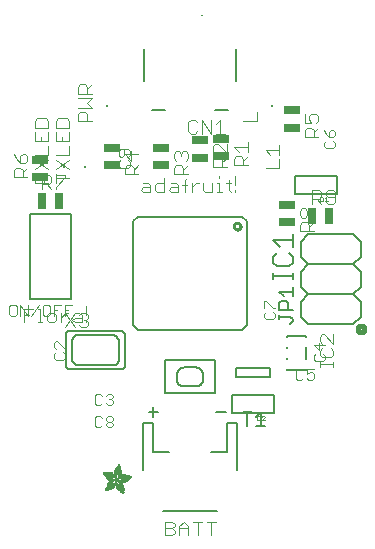
<source format=gbr>
G04 EAGLE Gerber RS-274X export*
G75*
%MOMM*%
%FSLAX34Y34*%
%LPD*%
%INSilkscreen Top*%
%IPPOS*%
%AMOC8*
5,1,8,0,0,1.08239X$1,22.5*%
G01*
%ADD10C,0.406400*%
%ADD11C,0.101600*%
%ADD12R,1.400000X0.650000*%
%ADD13C,0.076200*%
%ADD14R,0.200000X0.200000*%
%ADD15C,0.127000*%
%ADD16C,0.203200*%
%ADD17C,0.254000*%
%ADD18C,0.152400*%
%ADD19C,0.177800*%
%ADD20C,0.025400*%
%ADD21R,0.650000X1.400000*%
%ADD22R,0.034300X0.003800*%
%ADD23R,0.057200X0.003800*%
%ADD24R,0.076200X0.003800*%
%ADD25R,0.091400X0.003800*%
%ADD26R,0.102900X0.003800*%
%ADD27R,0.114300X0.003900*%
%ADD28R,0.129500X0.003800*%
%ADD29R,0.137200X0.003800*%
%ADD30R,0.144800X0.003800*%
%ADD31R,0.152400X0.003800*%
%ADD32R,0.160000X0.003800*%
%ADD33R,0.171500X0.003800*%
%ADD34R,0.175300X0.003800*%
%ADD35R,0.182900X0.003800*%
%ADD36R,0.190500X0.003800*%
%ADD37R,0.194300X0.003900*%
%ADD38R,0.201900X0.003800*%
%ADD39R,0.209500X0.003800*%
%ADD40R,0.213400X0.003800*%
%ADD41R,0.221000X0.003800*%
%ADD42R,0.224800X0.003800*%
%ADD43R,0.232400X0.003800*%
%ADD44R,0.240000X0.003800*%
%ADD45R,0.243800X0.003800*%
%ADD46R,0.247600X0.003800*%
%ADD47R,0.255300X0.003900*%
%ADD48R,0.259100X0.003800*%
%ADD49R,0.262900X0.003800*%
%ADD50R,0.270500X0.003800*%
%ADD51R,0.274300X0.003800*%
%ADD52R,0.281900X0.003800*%
%ADD53R,0.285700X0.003800*%
%ADD54R,0.289500X0.003800*%
%ADD55R,0.297200X0.003800*%
%ADD56R,0.301000X0.003800*%
%ADD57R,0.304800X0.003900*%
%ADD58R,0.312400X0.003800*%
%ADD59R,0.316200X0.003800*%
%ADD60R,0.320000X0.003800*%
%ADD61R,0.327600X0.003800*%
%ADD62R,0.331500X0.003800*%
%ADD63R,0.339100X0.003800*%
%ADD64R,0.342900X0.003800*%
%ADD65R,0.346700X0.003800*%
%ADD66R,0.354300X0.003800*%
%ADD67R,0.358100X0.003900*%
%ADD68R,0.361900X0.003800*%
%ADD69R,0.369600X0.003800*%
%ADD70R,0.373400X0.003800*%
%ADD71R,0.377200X0.003800*%
%ADD72R,0.384800X0.003800*%
%ADD73R,0.388600X0.003800*%
%ADD74R,0.396200X0.003800*%
%ADD75R,0.400000X0.003800*%
%ADD76R,0.403800X0.003800*%
%ADD77R,0.411500X0.003900*%
%ADD78R,0.415300X0.003800*%
%ADD79R,0.419100X0.003800*%
%ADD80R,0.045700X0.003800*%
%ADD81R,0.426700X0.003800*%
%ADD82R,0.072400X0.003800*%
%ADD83R,0.430500X0.003800*%
%ADD84R,0.095300X0.003800*%
%ADD85R,0.438100X0.003800*%
%ADD86R,0.110500X0.003800*%
%ADD87R,0.441900X0.003800*%
%ADD88R,0.445800X0.003800*%
%ADD89R,0.144700X0.003800*%
%ADD90R,0.453400X0.003800*%
%ADD91R,0.457200X0.003800*%
%ADD92R,0.175300X0.003900*%
%ADD93R,0.461000X0.003900*%
%ADD94R,0.468600X0.003800*%
%ADD95R,0.205800X0.003800*%
%ADD96R,0.472400X0.003800*%
%ADD97R,0.217200X0.003800*%
%ADD98R,0.476200X0.003800*%
%ADD99R,0.483900X0.003800*%
%ADD100R,0.247700X0.003800*%
%ADD101R,0.487700X0.003800*%
%ADD102R,0.495300X0.003800*%
%ADD103R,0.499100X0.003800*%
%ADD104R,0.502900X0.003800*%
%ADD105R,0.510500X0.003800*%
%ADD106R,0.308600X0.003900*%
%ADD107R,0.514300X0.003900*%
%ADD108R,0.323800X0.003800*%
%ADD109R,0.518100X0.003800*%
%ADD110R,0.335300X0.003800*%
%ADD111R,0.525800X0.003800*%
%ADD112R,0.529600X0.003800*%
%ADD113R,0.358100X0.003800*%
%ADD114R,0.533400X0.003800*%
%ADD115R,0.537200X0.003800*%
%ADD116R,0.381000X0.003800*%
%ADD117R,0.544800X0.003800*%
%ADD118R,0.392400X0.003800*%
%ADD119R,0.548600X0.003800*%
%ADD120R,0.552400X0.003800*%
%ADD121R,0.556200X0.003800*%
%ADD122R,0.422900X0.003900*%
%ADD123R,0.560100X0.003900*%
%ADD124R,0.434300X0.003800*%
%ADD125R,0.563900X0.003800*%
%ADD126R,0.567700X0.003800*%
%ADD127R,0.461000X0.003800*%
%ADD128R,0.571500X0.003800*%
%ADD129R,0.575300X0.003800*%
%ADD130R,0.480100X0.003800*%
%ADD131R,0.579100X0.003800*%
%ADD132R,0.491500X0.003800*%
%ADD133R,0.582900X0.003800*%
%ADD134R,0.586700X0.003800*%
%ADD135R,0.510600X0.003800*%
%ADD136R,0.590500X0.003800*%
%ADD137R,0.522000X0.003800*%
%ADD138R,0.594300X0.003800*%
%ADD139R,0.533400X0.003900*%
%ADD140R,0.598200X0.003900*%
%ADD141R,0.541000X0.003800*%
%ADD142R,0.602000X0.003800*%
%ADD143R,0.552500X0.003800*%
%ADD144R,0.605800X0.003800*%
%ADD145R,0.560100X0.003800*%
%ADD146R,0.609600X0.003800*%
%ADD147R,0.613400X0.003800*%
%ADD148R,0.583000X0.003800*%
%ADD149R,0.617200X0.003800*%
%ADD150R,0.594400X0.003800*%
%ADD151R,0.621000X0.003800*%
%ADD152R,0.598200X0.003800*%
%ADD153R,0.624800X0.003800*%
%ADD154R,0.613500X0.003900*%
%ADD155R,0.628600X0.003900*%
%ADD156R,0.632400X0.003800*%
%ADD157R,0.628600X0.003800*%
%ADD158R,0.636300X0.003800*%
%ADD159R,0.640100X0.003800*%
%ADD160R,0.636200X0.003800*%
%ADD161R,0.643900X0.003800*%
%ADD162R,0.647700X0.003800*%
%ADD163R,0.651500X0.003800*%
%ADD164R,0.659100X0.003800*%
%ADD165R,0.659100X0.003900*%
%ADD166R,0.655300X0.003900*%
%ADD167R,0.662900X0.003800*%
%ADD168R,0.655300X0.003800*%
%ADD169R,0.670500X0.003800*%
%ADD170R,0.670600X0.003800*%
%ADD171R,0.674400X0.003800*%
%ADD172R,0.682000X0.003800*%
%ADD173R,0.666700X0.003800*%
%ADD174R,0.685800X0.003800*%
%ADD175R,0.689600X0.003800*%
%ADD176R,0.693400X0.003900*%
%ADD177R,0.674400X0.003900*%
%ADD178R,0.697200X0.003800*%
%ADD179R,0.678200X0.003800*%
%ADD180R,0.697300X0.003800*%
%ADD181R,0.701100X0.003800*%
%ADD182R,0.704900X0.003800*%
%ADD183R,0.708700X0.003800*%
%ADD184R,0.712500X0.003800*%
%ADD185R,0.716300X0.003800*%
%ADD186R,0.720100X0.003900*%
%ADD187R,0.689600X0.003900*%
%ADD188R,0.720000X0.003800*%
%ADD189R,0.693400X0.003800*%
%ADD190R,0.723900X0.003800*%
%ADD191R,0.727700X0.003800*%
%ADD192R,0.731500X0.003800*%
%ADD193R,0.701000X0.003800*%
%ADD194R,0.735300X0.003800*%
%ADD195R,0.731500X0.003900*%
%ADD196R,0.701000X0.003900*%
%ADD197R,0.704800X0.003800*%
%ADD198R,0.739100X0.003800*%
%ADD199R,0.743000X0.003800*%
%ADD200R,0.739200X0.003800*%
%ADD201R,0.743000X0.003900*%
%ADD202R,0.704800X0.003900*%
%ADD203R,0.746800X0.003800*%
%ADD204R,0.746800X0.003900*%
%ADD205R,0.742900X0.003800*%
%ADD206R,0.746700X0.003800*%
%ADD207R,0.746700X0.003900*%
%ADD208R,1.428800X0.003800*%
%ADD209R,1.424900X0.003800*%
%ADD210R,1.421100X0.003900*%
%ADD211R,1.421100X0.003800*%
%ADD212R,1.417300X0.003800*%
%ADD213R,1.413500X0.003800*%
%ADD214R,1.409700X0.003800*%
%ADD215R,1.405900X0.003800*%
%ADD216R,1.402100X0.003800*%
%ADD217R,1.398300X0.003800*%
%ADD218R,0.983000X0.003900*%
%ADD219R,0.384800X0.003900*%
%ADD220R,0.971600X0.003800*%
%ADD221R,0.963900X0.003800*%
%ADD222R,0.956300X0.003800*%
%ADD223R,0.365800X0.003800*%
%ADD224R,0.952500X0.003800*%
%ADD225R,0.941000X0.003800*%
%ADD226R,0.358200X0.003800*%
%ADD227R,0.937200X0.003800*%
%ADD228R,0.933400X0.003800*%
%ADD229R,0.354400X0.003800*%
%ADD230R,0.925800X0.003800*%
%ADD231R,0.350500X0.003800*%
%ADD232R,0.922000X0.003800*%
%ADD233R,0.918200X0.003900*%
%ADD234R,0.346700X0.003900*%
%ADD235R,0.910600X0.003800*%
%ADD236R,0.906800X0.003800*%
%ADD237R,0.903000X0.003800*%
%ADD238R,0.339000X0.003800*%
%ADD239R,0.895300X0.003800*%
%ADD240R,0.335200X0.003800*%
%ADD241R,0.887700X0.003800*%
%ADD242R,0.883900X0.003800*%
%ADD243R,0.331400X0.003800*%
%ADD244R,0.880100X0.003800*%
%ADD245R,0.876300X0.003800*%
%ADD246R,0.468600X0.003900*%
%ADD247R,0.396200X0.003900*%
%ADD248R,0.323800X0.003900*%
%ADD249R,0.449600X0.003800*%
%ADD250R,0.323900X0.003800*%
%ADD251R,0.442000X0.003800*%
%ADD252R,0.434400X0.003800*%
%ADD253R,0.320100X0.003800*%
%ADD254R,0.316300X0.003800*%
%ADD255R,0.426800X0.003800*%
%ADD256R,0.327700X0.003800*%
%ADD257R,0.312500X0.003800*%
%ADD258R,0.422900X0.003800*%
%ADD259R,0.308600X0.003800*%
%ADD260R,0.293400X0.003800*%
%ADD261R,0.304800X0.003800*%
%ADD262R,0.419100X0.003900*%
%ADD263R,0.285700X0.003900*%
%ADD264R,0.301000X0.003900*%
%ADD265R,0.411500X0.003800*%
%ADD266R,0.407700X0.003800*%
%ADD267R,0.289600X0.003800*%
%ADD268R,0.285800X0.003800*%
%ADD269R,0.403900X0.003800*%
%ADD270R,0.228600X0.003800*%
%ADD271R,0.403900X0.003900*%
%ADD272R,0.221000X0.003900*%
%ADD273R,0.278100X0.003900*%
%ADD274R,0.400100X0.003800*%
%ADD275R,0.209600X0.003800*%
%ADD276R,0.266700X0.003800*%
%ADD277R,0.038100X0.003800*%
%ADD278R,0.194300X0.003800*%
%ADD279R,0.148600X0.003800*%
%ADD280R,0.259000X0.003800*%
%ADD281R,0.182800X0.003800*%
%ADD282R,0.186700X0.003800*%
%ADD283R,0.251400X0.003800*%
%ADD284R,0.179100X0.003800*%
%ADD285R,0.236200X0.003800*%
%ADD286R,0.243900X0.003900*%
%ADD287R,0.282000X0.003900*%
%ADD288R,0.167700X0.003800*%
%ADD289R,0.236300X0.003800*%
%ADD290R,0.396300X0.003800*%
%ADD291R,0.163900X0.003800*%
%ADD292R,0.392500X0.003800*%
%ADD293R,0.160100X0.003800*%
%ADD294R,0.586800X0.003800*%
%ADD295R,0.148500X0.003800*%
%ADD296R,0.140900X0.003800*%
%ADD297R,0.392400X0.003900*%
%ADD298R,0.140900X0.003900*%
%ADD299R,0.647700X0.003900*%
%ADD300R,0.133300X0.003800*%
%ADD301R,0.674300X0.003800*%
%ADD302R,0.388700X0.003800*%
%ADD303R,0.125700X0.003800*%
%ADD304R,0.121900X0.003800*%
%ADD305R,0.720100X0.003800*%
%ADD306R,0.118100X0.003800*%
%ADD307R,0.118100X0.003900*%
%ADD308R,0.739100X0.003900*%
%ADD309R,0.114300X0.003800*%
%ADD310R,0.754400X0.003800*%
%ADD311R,0.765800X0.003800*%
%ADD312R,0.773400X0.003800*%
%ADD313R,0.784800X0.003800*%
%ADD314R,0.118200X0.003800*%
%ADD315R,0.792500X0.003800*%
%ADD316R,0.803900X0.003800*%
%ADD317R,0.122000X0.003800*%
%ADD318R,0.815400X0.003800*%
%ADD319R,0.125800X0.003800*%
%ADD320R,0.826800X0.003800*%
%ADD321R,0.369500X0.003900*%
%ADD322R,0.133400X0.003900*%
%ADD323R,0.842000X0.003900*%
%ADD324R,0.365700X0.003800*%
%ADD325R,1.009700X0.003800*%
%ADD326R,1.013500X0.003800*%
%ADD327R,0.362000X0.003800*%
%ADD328R,1.024900X0.003800*%
%ADD329R,1.028700X0.003800*%
%ADD330R,1.036300X0.003800*%
%ADD331R,1.047800X0.003800*%
%ADD332R,1.055400X0.003800*%
%ADD333R,1.070600X0.003800*%
%ADD334R,0.030500X0.003800*%
%ADD335R,1.436400X0.003800*%
%ADD336R,1.562100X0.003900*%
%ADD337R,1.588700X0.003800*%
%ADD338R,1.607800X0.003800*%
%ADD339R,1.626900X0.003800*%
%ADD340R,1.642100X0.003800*%
%ADD341R,1.657400X0.003800*%
%ADD342R,1.676400X0.003800*%
%ADD343R,1.687800X0.003800*%
%ADD344R,1.703000X0.003800*%
%ADD345R,1.714500X0.003800*%
%ADD346R,1.726000X0.003900*%
%ADD347R,1.741200X0.003800*%
%ADD348R,0.914400X0.003800*%
%ADD349R,0.769600X0.003800*%
%ADD350R,0.884000X0.003800*%
%ADD351R,0.712400X0.003800*%
%ADD352R,0.880100X0.003900*%
%ADD353R,0.887800X0.003800*%
%ADD354R,0.891600X0.003800*%
%ADD355R,0.895400X0.003800*%
%ADD356R,0.251500X0.003800*%
%ADD357R,0.579200X0.003900*%
%ADD358R,0.243900X0.003800*%
%ADD359R,0.556300X0.003800*%
%ADD360R,0.255200X0.003800*%
%ADD361R,0.529500X0.003800*%
%ADD362R,0.731600X0.003800*%
%ADD363R,0.525800X0.003900*%
%ADD364R,0.281900X0.003900*%
%ADD365R,0.735400X0.003900*%
%ADD366R,0.300900X0.003800*%
%ADD367R,0.762000X0.003800*%
%ADD368R,0.518200X0.003800*%
%ADD369R,0.350600X0.003800*%
%ADD370R,0.796300X0.003800*%
%ADD371R,0.807800X0.003800*%
%ADD372R,0.506700X0.003800*%
%ADD373R,0.849600X0.003800*%
%ADD374R,0.506700X0.003900*%
%ADD375R,1.371600X0.003900*%
%ADD376R,1.207800X0.003800*%
%ADD377R,0.503000X0.003800*%
%ADD378R,0.141000X0.003800*%
%ADD379R,1.203900X0.003800*%
%ADD380R,1.204000X0.003800*%
%ADD381R,1.200200X0.003800*%
%ADD382R,0.499100X0.003900*%
%ADD383R,0.156200X0.003900*%
%ADD384R,1.196400X0.003900*%
%ADD385R,1.196400X0.003800*%
%ADD386R,0.163800X0.003800*%
%ADD387R,0.167600X0.003800*%
%ADD388R,1.192500X0.003800*%
%ADD389R,0.499200X0.003800*%
%ADD390R,1.188700X0.003800*%
%ADD391R,0.506800X0.003800*%
%ADD392R,1.184900X0.003800*%
%ADD393R,0.510600X0.003900*%
%ADD394R,0.209600X0.003900*%
%ADD395R,1.181100X0.003900*%
%ADD396R,0.514400X0.003800*%
%ADD397R,1.181100X0.003800*%
%ADD398R,1.177300X0.003800*%
%ADD399R,0.240100X0.003800*%
%ADD400R,1.173500X0.003800*%
%ADD401R,1.169700X0.003800*%
%ADD402R,1.165900X0.003800*%
%ADD403R,1.162100X0.003800*%
%ADD404R,0.929700X0.003900*%
%ADD405R,1.162100X0.003900*%
%ADD406R,0.929700X0.003800*%
%ADD407R,1.154500X0.003800*%
%ADD408R,0.933500X0.003800*%
%ADD409R,1.150600X0.003800*%
%ADD410R,0.937300X0.003800*%
%ADD411R,1.146800X0.003800*%
%ADD412R,0.941100X0.003800*%
%ADD413R,1.139200X0.003800*%
%ADD414R,0.944900X0.003800*%
%ADD415R,1.135400X0.003800*%
%ADD416R,0.948700X0.003800*%
%ADD417R,1.127800X0.003800*%
%ADD418R,1.124000X0.003800*%
%ADD419R,1.116400X0.003800*%
%ADD420R,0.956300X0.003900*%
%ADD421R,1.104900X0.003900*%
%ADD422R,0.960100X0.003800*%
%ADD423R,1.093500X0.003800*%
%ADD424R,1.085900X0.003800*%
%ADD425R,0.967800X0.003800*%
%ADD426R,1.074500X0.003800*%
%ADD427R,1.063000X0.003800*%
%ADD428R,0.975400X0.003800*%
%ADD429R,1.036400X0.003800*%
%ADD430R,0.979200X0.003800*%
%ADD431R,1.021000X0.003800*%
%ADD432R,0.983000X0.003800*%
%ADD433R,1.009600X0.003800*%
%ADD434R,0.986800X0.003800*%
%ADD435R,0.998200X0.003800*%
%ADD436R,0.990600X0.003900*%
%ADD437R,0.986700X0.003900*%
%ADD438R,0.994400X0.003800*%
%ADD439R,0.975300X0.003800*%
%ADD440R,0.948600X0.003800*%
%ADD441R,1.002000X0.003800*%
%ADD442R,0.213300X0.003800*%
%ADD443R,0.217100X0.003800*%
%ADD444R,1.017300X0.003800*%
%ADD445R,0.666800X0.003800*%
%ADD446R,0.220900X0.003800*%
%ADD447R,1.028700X0.003900*%
%ADD448R,0.224700X0.003900*%
%ADD449R,1.032500X0.003800*%
%ADD450R,1.040100X0.003800*%
%ADD451R,1.043900X0.003800*%
%ADD452R,0.548700X0.003800*%
%ADD453R,1.051500X0.003800*%
%ADD454R,1.055300X0.003800*%
%ADD455R,1.059100X0.003800*%
%ADD456R,1.062900X0.003800*%
%ADD457R,0.255300X0.003800*%
%ADD458R,1.066800X0.003900*%
%ADD459R,0.259100X0.003900*%
%ADD460R,0.457200X0.003900*%
%ADD461R,0.423000X0.003800*%
%ADD462R,1.082100X0.003800*%
%ADD463R,0.274400X0.003800*%
%ADD464R,0.278200X0.003800*%
%ADD465R,1.101100X0.003800*%
%ADD466R,0.278100X0.003800*%
%ADD467R,0.876300X0.003900*%
%ADD468R,0.236200X0.003900*%
%ADD469R,0.289600X0.003900*%
%ADD470R,0.247700X0.003900*%
%ADD471R,0.049500X0.003800*%
%ADD472R,0.640100X0.003900*%
%ADD473R,0.659200X0.003800*%
%ADD474R,0.663000X0.003800*%
%ADD475R,0.872500X0.003900*%
%ADD476R,0.666800X0.003900*%
%ADD477R,0.872500X0.003800*%
%ADD478R,0.868700X0.003800*%
%ADD479R,0.864900X0.003800*%
%ADD480R,0.861100X0.003800*%
%ADD481R,0.857300X0.003800*%
%ADD482R,0.853400X0.003800*%
%ADD483R,0.845800X0.003800*%
%ADD484R,0.682000X0.003900*%
%ADD485R,0.842000X0.003800*%
%ADD486R,0.834400X0.003800*%
%ADD487R,0.823000X0.003800*%
%ADD488R,0.815300X0.003800*%
%ADD489R,0.811500X0.003800*%
%ADD490R,0.788700X0.003800*%
%ADD491R,0.777300X0.003900*%
%ADD492R,0.750600X0.003800*%
%ADD493R,0.735400X0.003800*%
%ADD494R,0.727800X0.003800*%
%ADD495R,0.628700X0.003800*%
%ADD496R,0.575400X0.003800*%
%ADD497R,0.670600X0.003900*%
%ADD498R,0.655400X0.003800*%
%ADD499R,0.651500X0.003900*%
%ADD500R,0.624800X0.003900*%
%ADD501R,0.594400X0.003900*%
%ADD502R,0.563900X0.003900*%
%ADD503R,0.541100X0.003800*%
%ADD504R,0.537300X0.003800*%
%ADD505R,0.525700X0.003800*%
%ADD506R,0.525700X0.003900*%
%ADD507R,0.514300X0.003800*%
%ADD508R,0.480100X0.003900*%
%ADD509R,0.464800X0.003800*%
%ADD510R,0.442000X0.003900*%
%ADD511R,0.438200X0.003800*%
%ADD512R,0.430600X0.003800*%
%ADD513R,0.407600X0.003800*%
%ADD514R,0.403800X0.003900*%
%ADD515R,0.365700X0.003900*%
%ADD516R,0.327700X0.003900*%
%ADD517R,0.243800X0.003900*%
%ADD518R,0.205800X0.003900*%
%ADD519R,0.198100X0.003800*%
%ADD520R,0.163800X0.003900*%
%ADD521R,0.137100X0.003800*%
%ADD522R,0.091500X0.003900*%
%ADD523R,0.060900X0.003800*%


D10*
X141941Y-60960D02*
X141943Y-60854D01*
X141949Y-60748D01*
X141959Y-60642D01*
X141973Y-60537D01*
X141990Y-60432D01*
X142012Y-60328D01*
X142038Y-60225D01*
X142067Y-60123D01*
X142100Y-60022D01*
X142137Y-59923D01*
X142178Y-59825D01*
X142222Y-59728D01*
X142270Y-59633D01*
X142321Y-59540D01*
X142376Y-59450D01*
X142434Y-59361D01*
X142496Y-59274D01*
X142560Y-59190D01*
X142628Y-59108D01*
X142699Y-59029D01*
X142773Y-58953D01*
X142849Y-58879D01*
X142928Y-58808D01*
X143010Y-58740D01*
X143094Y-58676D01*
X143181Y-58614D01*
X143270Y-58556D01*
X143361Y-58501D01*
X143453Y-58450D01*
X143548Y-58402D01*
X143645Y-58358D01*
X143743Y-58317D01*
X143842Y-58280D01*
X143943Y-58247D01*
X144045Y-58218D01*
X144148Y-58192D01*
X144252Y-58170D01*
X144357Y-58153D01*
X144462Y-58139D01*
X144568Y-58129D01*
X144674Y-58123D01*
X144780Y-58121D01*
X144886Y-58123D01*
X144992Y-58129D01*
X145098Y-58139D01*
X145203Y-58153D01*
X145308Y-58170D01*
X145412Y-58192D01*
X145515Y-58218D01*
X145617Y-58247D01*
X145718Y-58280D01*
X145817Y-58317D01*
X145915Y-58358D01*
X146012Y-58402D01*
X146107Y-58450D01*
X146200Y-58501D01*
X146290Y-58556D01*
X146379Y-58614D01*
X146466Y-58676D01*
X146550Y-58740D01*
X146632Y-58808D01*
X146711Y-58879D01*
X146787Y-58953D01*
X146861Y-59029D01*
X146932Y-59108D01*
X147000Y-59190D01*
X147064Y-59274D01*
X147126Y-59361D01*
X147184Y-59450D01*
X147239Y-59541D01*
X147290Y-59633D01*
X147338Y-59728D01*
X147382Y-59825D01*
X147423Y-59923D01*
X147460Y-60022D01*
X147493Y-60123D01*
X147522Y-60225D01*
X147548Y-60328D01*
X147570Y-60432D01*
X147587Y-60537D01*
X147601Y-60642D01*
X147611Y-60748D01*
X147617Y-60854D01*
X147619Y-60960D01*
X147617Y-61066D01*
X147611Y-61172D01*
X147601Y-61278D01*
X147587Y-61383D01*
X147570Y-61488D01*
X147548Y-61592D01*
X147522Y-61695D01*
X147493Y-61797D01*
X147460Y-61898D01*
X147423Y-61997D01*
X147382Y-62095D01*
X147338Y-62192D01*
X147290Y-62287D01*
X147239Y-62380D01*
X147184Y-62470D01*
X147126Y-62559D01*
X147064Y-62646D01*
X147000Y-62730D01*
X146932Y-62812D01*
X146861Y-62891D01*
X146787Y-62967D01*
X146711Y-63041D01*
X146632Y-63112D01*
X146550Y-63180D01*
X146466Y-63244D01*
X146379Y-63306D01*
X146290Y-63364D01*
X146199Y-63419D01*
X146107Y-63470D01*
X146012Y-63518D01*
X145915Y-63562D01*
X145817Y-63603D01*
X145718Y-63640D01*
X145617Y-63673D01*
X145515Y-63702D01*
X145412Y-63728D01*
X145308Y-63750D01*
X145203Y-63767D01*
X145098Y-63781D01*
X144992Y-63791D01*
X144886Y-63797D01*
X144780Y-63799D01*
X144674Y-63797D01*
X144568Y-63791D01*
X144462Y-63781D01*
X144357Y-63767D01*
X144252Y-63750D01*
X144148Y-63728D01*
X144045Y-63702D01*
X143943Y-63673D01*
X143842Y-63640D01*
X143743Y-63603D01*
X143645Y-63562D01*
X143548Y-63518D01*
X143453Y-63470D01*
X143360Y-63419D01*
X143270Y-63364D01*
X143181Y-63306D01*
X143094Y-63244D01*
X143010Y-63180D01*
X142928Y-63112D01*
X142849Y-63041D01*
X142773Y-62967D01*
X142699Y-62891D01*
X142628Y-62812D01*
X142560Y-62730D01*
X142496Y-62646D01*
X142434Y-62559D01*
X142376Y-62470D01*
X142321Y-62379D01*
X142270Y-62287D01*
X142222Y-62192D01*
X142178Y-62095D01*
X142137Y-61997D01*
X142100Y-61898D01*
X142067Y-61797D01*
X142038Y-61695D01*
X142012Y-61592D01*
X141990Y-61488D01*
X141973Y-61383D01*
X141959Y-61278D01*
X141949Y-61172D01*
X141943Y-61066D01*
X141941Y-60960D01*
D11*
X-140462Y-55372D02*
X-140462Y-43678D01*
X-132666Y-43678D01*
X-136564Y-49525D02*
X-140462Y-49525D01*
X-128768Y-43678D02*
X-126819Y-43678D01*
X-126819Y-55372D01*
X-128768Y-55372D02*
X-124870Y-55372D01*
X-119023Y-55372D02*
X-115125Y-55372D01*
X-113176Y-53423D01*
X-113176Y-49525D01*
X-115125Y-47576D01*
X-119023Y-47576D01*
X-120972Y-49525D01*
X-120972Y-53423D01*
X-119023Y-55372D01*
X-109278Y-55372D02*
X-109278Y-47576D01*
X-109278Y-51474D02*
X-105380Y-47576D01*
X-103431Y-47576D01*
X-97584Y-47576D02*
X-93686Y-47576D01*
X-91737Y-49525D01*
X-91737Y-55372D01*
X-97584Y-55372D01*
X-99533Y-53423D01*
X-97584Y-51474D01*
X-91737Y-51474D01*
X-87839Y-53423D02*
X-87839Y-55372D01*
X-87839Y-49525D02*
X-87839Y-41729D01*
X-39453Y62914D02*
X-35555Y62914D01*
X-33606Y60965D01*
X-33606Y55118D01*
X-39453Y55118D01*
X-41402Y57067D01*
X-39453Y59016D01*
X-33606Y59016D01*
X-21912Y55118D02*
X-21912Y66812D01*
X-21912Y55118D02*
X-27759Y55118D01*
X-29708Y57067D01*
X-29708Y60965D01*
X-27759Y62914D01*
X-21912Y62914D01*
X-16065Y62914D02*
X-12167Y62914D01*
X-10218Y60965D01*
X-10218Y55118D01*
X-16065Y55118D01*
X-18014Y57067D01*
X-16065Y59016D01*
X-10218Y59016D01*
X-4371Y55118D02*
X-4371Y64863D01*
X-2422Y66812D01*
X-2422Y60965D02*
X-6320Y60965D01*
X1476Y62914D02*
X1476Y55118D01*
X1476Y59016D02*
X5374Y62914D01*
X7323Y62914D01*
X11221Y62914D02*
X11221Y57067D01*
X13170Y55118D01*
X19017Y55118D01*
X19017Y62914D01*
X22915Y62914D02*
X24864Y62914D01*
X24864Y55118D01*
X22915Y55118D02*
X26813Y55118D01*
X24864Y66812D02*
X24864Y68761D01*
X32660Y64863D02*
X32660Y57067D01*
X34609Y55118D01*
X34609Y62914D02*
X30711Y62914D01*
X38507Y57067D02*
X38507Y55118D01*
X38507Y60965D02*
X38507Y68761D01*
D12*
X26685Y85396D03*
X26685Y100128D03*
D11*
X37328Y77450D02*
X49022Y77450D01*
X37328Y77450D02*
X37328Y83297D01*
X39277Y85246D01*
X43175Y85246D01*
X45124Y83297D01*
X45124Y77450D01*
X45124Y81348D02*
X49022Y85246D01*
X41226Y89144D02*
X37328Y93042D01*
X49022Y93042D01*
X49022Y89144D02*
X49022Y96940D01*
D12*
X8905Y84126D03*
X8905Y98858D03*
D11*
X19548Y76180D02*
X31242Y76180D01*
X19548Y76180D02*
X19548Y82027D01*
X21497Y83976D01*
X25395Y83976D01*
X27344Y82027D01*
X27344Y76180D01*
X27344Y80078D02*
X31242Y83976D01*
X31242Y87874D02*
X31242Y95670D01*
X31242Y87874D02*
X23446Y95670D01*
X21497Y95670D01*
X19548Y93721D01*
X19548Y89823D01*
X21497Y87874D01*
X63998Y74910D02*
X75692Y74910D01*
X75692Y82706D01*
X67896Y86604D02*
X63998Y90502D01*
X75692Y90502D01*
X75692Y86604D02*
X75692Y94400D01*
D13*
X106221Y-82088D02*
X104653Y-83656D01*
X104653Y-86791D01*
X106221Y-88359D01*
X112491Y-88359D01*
X114059Y-86791D01*
X114059Y-83656D01*
X112491Y-82088D01*
X114059Y-74301D02*
X104653Y-74301D01*
X109356Y-79004D01*
X109356Y-72733D01*
D12*
X-24115Y77776D03*
X-24115Y92508D03*
D11*
X-13472Y69830D02*
X-1778Y69830D01*
X-13472Y69830D02*
X-13472Y75677D01*
X-11523Y77626D01*
X-7625Y77626D01*
X-5676Y75677D01*
X-5676Y69830D01*
X-5676Y73728D02*
X-1778Y77626D01*
X-11523Y81524D02*
X-13472Y83473D01*
X-13472Y87371D01*
X-11523Y89320D01*
X-9574Y89320D01*
X-7625Y87371D01*
X-7625Y85422D01*
X-7625Y87371D02*
X-5676Y89320D01*
X-3727Y89320D01*
X-1778Y87371D01*
X-1778Y83473D01*
X-3727Y81524D01*
D14*
X-69850Y128000D03*
D11*
X-83058Y114808D02*
X-94752Y114808D01*
X-94752Y120655D01*
X-92803Y122604D01*
X-88905Y122604D01*
X-86956Y120655D01*
X-86956Y114808D01*
X-83058Y126502D02*
X-94752Y126502D01*
X-86956Y130400D02*
X-83058Y126502D01*
X-86956Y130400D02*
X-83058Y134298D01*
X-94752Y134298D01*
X-94752Y138196D02*
X-83058Y138196D01*
X-94752Y138196D02*
X-94752Y144043D01*
X-92803Y145992D01*
X-88905Y145992D01*
X-86956Y144043D01*
X-86956Y138196D01*
X-86956Y142094D02*
X-83058Y145992D01*
D14*
X69850Y128000D03*
D11*
X56642Y114808D02*
X44948Y114808D01*
X56642Y114808D02*
X56642Y122604D01*
D15*
X-55010Y-90912D02*
X-54995Y-91026D01*
X-54984Y-91140D01*
X-54977Y-91255D01*
X-54973Y-91370D01*
X-54974Y-91485D01*
X-54978Y-91600D01*
X-54987Y-91714D01*
X-54999Y-91828D01*
X-55015Y-91942D01*
X-55035Y-92055D01*
X-55059Y-92168D01*
X-55087Y-92279D01*
X-55118Y-92390D01*
X-55153Y-92499D01*
X-55192Y-92607D01*
X-55235Y-92714D01*
X-55281Y-92819D01*
X-55331Y-92923D01*
X-55384Y-93024D01*
X-55441Y-93124D01*
X-55501Y-93222D01*
X-55565Y-93318D01*
X-55631Y-93411D01*
X-55701Y-93503D01*
X-55774Y-93592D01*
X-55850Y-93678D01*
X-55929Y-93761D01*
X-56011Y-93842D01*
X-56095Y-93920D01*
X-56182Y-93995D01*
X-56271Y-94068D01*
X-56363Y-94137D01*
X-56457Y-94202D01*
X-56554Y-94265D01*
X-56652Y-94324D01*
X-56753Y-94380D01*
X-56855Y-94432D01*
X-56959Y-94481D01*
X-57064Y-94527D01*
X-57171Y-94568D01*
X-57280Y-94606D01*
X-57390Y-94641D01*
X-57500Y-94671D01*
X-57612Y-94698D01*
X-57725Y-94721D01*
X-57838Y-94740D01*
X-102182Y-94740D01*
X-102295Y-94721D01*
X-102408Y-94698D01*
X-102520Y-94671D01*
X-102630Y-94641D01*
X-102740Y-94606D01*
X-102849Y-94568D01*
X-102956Y-94527D01*
X-103061Y-94481D01*
X-103165Y-94432D01*
X-103267Y-94380D01*
X-103368Y-94324D01*
X-103466Y-94265D01*
X-103563Y-94202D01*
X-103657Y-94137D01*
X-103749Y-94068D01*
X-103838Y-93995D01*
X-103925Y-93920D01*
X-104009Y-93842D01*
X-104091Y-93761D01*
X-104170Y-93678D01*
X-104246Y-93592D01*
X-104319Y-93503D01*
X-104389Y-93411D01*
X-104455Y-93318D01*
X-104519Y-93222D01*
X-104579Y-93124D01*
X-104636Y-93024D01*
X-104689Y-92923D01*
X-104739Y-92819D01*
X-104785Y-92714D01*
X-104828Y-92607D01*
X-104867Y-92499D01*
X-104902Y-92390D01*
X-104933Y-92279D01*
X-104961Y-92168D01*
X-104985Y-92055D01*
X-105005Y-91942D01*
X-105021Y-91828D01*
X-105033Y-91714D01*
X-105042Y-91600D01*
X-105046Y-91485D01*
X-105047Y-91370D01*
X-105043Y-91255D01*
X-105036Y-91140D01*
X-105025Y-91026D01*
X-105010Y-90912D01*
X-105010Y-64976D01*
X-105008Y-64884D01*
X-105002Y-64791D01*
X-104993Y-64699D01*
X-104980Y-64608D01*
X-104962Y-64517D01*
X-104942Y-64427D01*
X-104917Y-64338D01*
X-104889Y-64250D01*
X-104857Y-64163D01*
X-104822Y-64078D01*
X-104783Y-63994D01*
X-104741Y-63912D01*
X-104695Y-63831D01*
X-104646Y-63753D01*
X-104594Y-63677D01*
X-104539Y-63603D01*
X-104480Y-63531D01*
X-104419Y-63462D01*
X-104355Y-63395D01*
X-104288Y-63331D01*
X-104219Y-63270D01*
X-104147Y-63211D01*
X-104073Y-63156D01*
X-103997Y-63104D01*
X-103919Y-63055D01*
X-103838Y-63009D01*
X-103756Y-62967D01*
X-103672Y-62928D01*
X-103587Y-62893D01*
X-103500Y-62861D01*
X-103412Y-62833D01*
X-103323Y-62808D01*
X-103233Y-62788D01*
X-103142Y-62770D01*
X-103051Y-62757D01*
X-102959Y-62748D01*
X-102866Y-62742D01*
X-102774Y-62740D01*
X-58172Y-62740D01*
X-58062Y-62742D01*
X-57951Y-62748D01*
X-57841Y-62757D01*
X-57732Y-62771D01*
X-57623Y-62788D01*
X-57515Y-62809D01*
X-57407Y-62834D01*
X-57300Y-62862D01*
X-57195Y-62895D01*
X-57091Y-62931D01*
X-56987Y-62970D01*
X-56886Y-63013D01*
X-56786Y-63060D01*
X-56688Y-63110D01*
X-56591Y-63164D01*
X-56496Y-63220D01*
X-56404Y-63281D01*
X-56313Y-63344D01*
X-56225Y-63410D01*
X-56140Y-63480D01*
X-56056Y-63552D01*
X-55975Y-63627D01*
X-55897Y-63705D01*
X-55822Y-63786D01*
X-55750Y-63870D01*
X-55680Y-63955D01*
X-55614Y-64043D01*
X-55551Y-64134D01*
X-55490Y-64226D01*
X-55434Y-64321D01*
X-55380Y-64418D01*
X-55330Y-64516D01*
X-55283Y-64616D01*
X-55240Y-64717D01*
X-55201Y-64821D01*
X-55165Y-64925D01*
X-55132Y-65030D01*
X-55104Y-65137D01*
X-55079Y-65245D01*
X-55058Y-65353D01*
X-55041Y-65462D01*
X-55027Y-65571D01*
X-55018Y-65681D01*
X-55012Y-65792D01*
X-55010Y-65902D01*
X-55010Y-90912D01*
X-66010Y-65740D02*
X-94010Y-65740D01*
X-66010Y-65740D02*
X-65851Y-65755D01*
X-65692Y-65773D01*
X-65533Y-65795D01*
X-65375Y-65821D01*
X-65218Y-65851D01*
X-65062Y-65884D01*
X-64906Y-65922D01*
X-64752Y-65963D01*
X-64598Y-66008D01*
X-64446Y-66057D01*
X-64295Y-66110D01*
X-64145Y-66166D01*
X-63997Y-66226D01*
X-63850Y-66289D01*
X-63705Y-66356D01*
X-63561Y-66427D01*
X-63419Y-66501D01*
X-63279Y-66579D01*
X-63141Y-66660D01*
X-63005Y-66744D01*
X-62872Y-66832D01*
X-62740Y-66923D01*
X-62611Y-67017D01*
X-62484Y-67114D01*
X-62359Y-67214D01*
X-62237Y-67318D01*
X-62117Y-67424D01*
X-62001Y-67533D01*
X-61886Y-67646D01*
X-61775Y-67760D01*
X-61666Y-67878D01*
X-61561Y-67998D01*
X-61458Y-68121D01*
X-61359Y-68246D01*
X-61262Y-68374D01*
X-61169Y-68504D01*
X-61079Y-68636D01*
X-60992Y-68770D01*
X-60908Y-68907D01*
X-60828Y-69045D01*
X-60752Y-69186D01*
X-60678Y-69328D01*
X-60609Y-69472D01*
X-60542Y-69618D01*
X-60480Y-69765D01*
X-60421Y-69913D01*
X-60366Y-70064D01*
X-60314Y-70215D01*
X-60266Y-70368D01*
X-60222Y-70522D01*
X-60182Y-70676D01*
X-60145Y-70832D01*
X-60113Y-70989D01*
X-60084Y-71146D01*
X-60059Y-71304D01*
X-60038Y-71463D01*
X-60021Y-71622D01*
X-60007Y-71781D01*
X-59998Y-71941D01*
X-59993Y-72101D01*
X-59991Y-72261D01*
X-59993Y-72421D01*
X-60000Y-72581D01*
X-60010Y-72740D01*
X-60010Y-86740D01*
X-60025Y-86886D01*
X-60044Y-87032D01*
X-60067Y-87177D01*
X-60094Y-87322D01*
X-60125Y-87466D01*
X-60159Y-87609D01*
X-60198Y-87751D01*
X-60240Y-87891D01*
X-60285Y-88031D01*
X-60335Y-88170D01*
X-60388Y-88307D01*
X-60445Y-88442D01*
X-60505Y-88576D01*
X-60569Y-88709D01*
X-60637Y-88839D01*
X-60708Y-88968D01*
X-60782Y-89095D01*
X-60860Y-89220D01*
X-60941Y-89343D01*
X-61025Y-89463D01*
X-61112Y-89581D01*
X-61203Y-89697D01*
X-61296Y-89811D01*
X-61393Y-89922D01*
X-61492Y-90030D01*
X-61595Y-90135D01*
X-61700Y-90238D01*
X-61808Y-90338D01*
X-61918Y-90435D01*
X-62031Y-90530D01*
X-62146Y-90621D01*
X-62264Y-90709D01*
X-62384Y-90793D01*
X-62507Y-90875D01*
X-62631Y-90953D01*
X-62758Y-91028D01*
X-62886Y-91100D01*
X-63016Y-91168D01*
X-63148Y-91233D01*
X-63282Y-91294D01*
X-63418Y-91351D01*
X-63554Y-91405D01*
X-63693Y-91455D01*
X-63832Y-91502D01*
X-63973Y-91545D01*
X-64114Y-91584D01*
X-64257Y-91619D01*
X-64401Y-91650D01*
X-64545Y-91678D01*
X-64690Y-91702D01*
X-64836Y-91722D01*
X-64982Y-91738D01*
X-65129Y-91750D01*
X-65276Y-91758D01*
X-65423Y-91762D01*
X-65570Y-91763D01*
X-65717Y-91759D01*
X-65863Y-91752D01*
X-66010Y-91740D01*
X-93010Y-91740D01*
X-93170Y-91750D01*
X-93330Y-91757D01*
X-93490Y-91759D01*
X-93650Y-91758D01*
X-93809Y-91752D01*
X-93969Y-91743D01*
X-94129Y-91730D01*
X-94288Y-91712D01*
X-94446Y-91691D01*
X-94604Y-91666D01*
X-94762Y-91638D01*
X-94918Y-91605D01*
X-95074Y-91569D01*
X-95229Y-91528D01*
X-95383Y-91484D01*
X-95535Y-91436D01*
X-95687Y-91385D01*
X-95837Y-91330D01*
X-95986Y-91271D01*
X-96133Y-91208D01*
X-96279Y-91142D01*
X-96423Y-91072D01*
X-96565Y-90999D01*
X-96705Y-90922D01*
X-96844Y-90842D01*
X-96980Y-90759D01*
X-97115Y-90672D01*
X-97247Y-90582D01*
X-97377Y-90488D01*
X-97505Y-90392D01*
X-97630Y-90292D01*
X-97753Y-90190D01*
X-97873Y-90084D01*
X-97990Y-89975D01*
X-98105Y-89864D01*
X-98217Y-89750D01*
X-98326Y-89633D01*
X-98433Y-89514D01*
X-98536Y-89391D01*
X-98637Y-89267D01*
X-98734Y-89140D01*
X-98828Y-89010D01*
X-98919Y-88879D01*
X-99007Y-88745D01*
X-99091Y-88609D01*
X-99172Y-88471D01*
X-99250Y-88331D01*
X-99324Y-88189D01*
X-99394Y-88046D01*
X-99461Y-87900D01*
X-99525Y-87754D01*
X-99585Y-87605D01*
X-99641Y-87455D01*
X-99694Y-87304D01*
X-99742Y-87152D01*
X-99787Y-86998D01*
X-99829Y-86844D01*
X-99866Y-86688D01*
X-99900Y-86532D01*
X-99929Y-86375D01*
X-99955Y-86217D01*
X-99977Y-86058D01*
X-99996Y-85899D01*
X-100010Y-85740D01*
X-100010Y-71740D01*
X-100008Y-71588D01*
X-100002Y-71436D01*
X-99993Y-71284D01*
X-99979Y-71133D01*
X-99962Y-70982D01*
X-99941Y-70831D01*
X-99916Y-70681D01*
X-99887Y-70532D01*
X-99855Y-70384D01*
X-99818Y-70236D01*
X-99779Y-70089D01*
X-99735Y-69944D01*
X-99687Y-69799D01*
X-99637Y-69656D01*
X-99582Y-69514D01*
X-99524Y-69374D01*
X-99462Y-69235D01*
X-99397Y-69098D01*
X-99328Y-68962D01*
X-99256Y-68828D01*
X-99181Y-68696D01*
X-99102Y-68566D01*
X-99020Y-68438D01*
X-98935Y-68312D01*
X-98846Y-68189D01*
X-98755Y-68067D01*
X-98660Y-67948D01*
X-98563Y-67832D01*
X-98462Y-67718D01*
X-98359Y-67606D01*
X-98253Y-67497D01*
X-98144Y-67391D01*
X-98032Y-67288D01*
X-97918Y-67187D01*
X-97802Y-67090D01*
X-97683Y-66995D01*
X-97561Y-66904D01*
X-97438Y-66815D01*
X-97312Y-66730D01*
X-97184Y-66648D01*
X-97054Y-66569D01*
X-96922Y-66494D01*
X-96788Y-66422D01*
X-96652Y-66353D01*
X-96515Y-66288D01*
X-96376Y-66226D01*
X-96236Y-66168D01*
X-96094Y-66113D01*
X-95951Y-66063D01*
X-95806Y-66015D01*
X-95661Y-65971D01*
X-95514Y-65932D01*
X-95366Y-65895D01*
X-95218Y-65863D01*
X-95069Y-65834D01*
X-94919Y-65809D01*
X-94768Y-65788D01*
X-94617Y-65771D01*
X-94466Y-65757D01*
X-94314Y-65748D01*
X-94162Y-65742D01*
X-94010Y-65740D01*
D11*
X-97706Y-59232D02*
X-105502Y-47538D01*
X-97706Y-47538D02*
X-105502Y-59232D01*
X-93808Y-49487D02*
X-91859Y-47538D01*
X-87961Y-47538D01*
X-86012Y-49487D01*
X-86012Y-51436D01*
X-87961Y-53385D01*
X-89910Y-53385D01*
X-87961Y-53385D02*
X-86012Y-55334D01*
X-86012Y-57283D01*
X-87961Y-59232D01*
X-91859Y-59232D01*
X-93808Y-57283D01*
D13*
X-113769Y-80799D02*
X-115337Y-82366D01*
X-115337Y-85502D01*
X-113769Y-87069D01*
X-107499Y-87069D01*
X-105931Y-85502D01*
X-105931Y-82366D01*
X-107499Y-80799D01*
X-105931Y-77714D02*
X-105931Y-71444D01*
X-105931Y-77714D02*
X-112202Y-71444D01*
X-113769Y-71444D01*
X-115337Y-73011D01*
X-115337Y-76147D01*
X-113769Y-77714D01*
X-76016Y-115803D02*
X-74449Y-117371D01*
X-76016Y-115803D02*
X-79152Y-115803D01*
X-80719Y-117371D01*
X-80719Y-123641D01*
X-79152Y-125209D01*
X-76016Y-125209D01*
X-74449Y-123641D01*
X-71364Y-117371D02*
X-69797Y-115803D01*
X-66661Y-115803D01*
X-65094Y-117371D01*
X-65094Y-118938D01*
X-66661Y-120506D01*
X-68229Y-120506D01*
X-66661Y-120506D02*
X-65094Y-122074D01*
X-65094Y-123641D01*
X-66661Y-125209D01*
X-69797Y-125209D01*
X-71364Y-123641D01*
D16*
X48000Y30030D02*
X44000Y34030D01*
X48000Y30030D02*
X48000Y-57970D01*
X44000Y-61970D01*
X-44000Y-61970D01*
X-48000Y-57970D01*
X-48000Y30030D01*
X-44000Y34030D01*
X44000Y34030D01*
D17*
X37173Y26030D02*
X37175Y26136D01*
X37181Y26241D01*
X37191Y26347D01*
X37205Y26451D01*
X37222Y26556D01*
X37244Y26659D01*
X37269Y26762D01*
X37299Y26863D01*
X37332Y26964D01*
X37368Y27063D01*
X37409Y27160D01*
X37453Y27257D01*
X37501Y27351D01*
X37552Y27444D01*
X37606Y27534D01*
X37664Y27623D01*
X37725Y27709D01*
X37790Y27793D01*
X37857Y27874D01*
X37928Y27953D01*
X38001Y28029D01*
X38077Y28102D01*
X38156Y28173D01*
X38237Y28240D01*
X38321Y28305D01*
X38407Y28366D01*
X38496Y28424D01*
X38587Y28478D01*
X38679Y28529D01*
X38773Y28577D01*
X38870Y28621D01*
X38967Y28662D01*
X39066Y28698D01*
X39167Y28731D01*
X39268Y28761D01*
X39371Y28786D01*
X39474Y28808D01*
X39579Y28825D01*
X39683Y28839D01*
X39789Y28849D01*
X39894Y28855D01*
X40000Y28857D01*
X40106Y28855D01*
X40211Y28849D01*
X40317Y28839D01*
X40421Y28825D01*
X40526Y28808D01*
X40629Y28786D01*
X40732Y28761D01*
X40833Y28731D01*
X40934Y28698D01*
X41033Y28662D01*
X41130Y28621D01*
X41227Y28577D01*
X41321Y28529D01*
X41414Y28478D01*
X41504Y28424D01*
X41593Y28366D01*
X41679Y28305D01*
X41763Y28240D01*
X41844Y28173D01*
X41923Y28102D01*
X41999Y28029D01*
X42072Y27953D01*
X42143Y27874D01*
X42210Y27793D01*
X42275Y27709D01*
X42336Y27623D01*
X42394Y27534D01*
X42448Y27443D01*
X42499Y27351D01*
X42547Y27257D01*
X42591Y27160D01*
X42632Y27063D01*
X42668Y26964D01*
X42701Y26863D01*
X42731Y26762D01*
X42756Y26659D01*
X42778Y26556D01*
X42795Y26451D01*
X42809Y26347D01*
X42819Y26241D01*
X42825Y26136D01*
X42827Y26030D01*
X42825Y25924D01*
X42819Y25819D01*
X42809Y25713D01*
X42795Y25609D01*
X42778Y25504D01*
X42756Y25401D01*
X42731Y25298D01*
X42701Y25197D01*
X42668Y25096D01*
X42632Y24997D01*
X42591Y24900D01*
X42547Y24803D01*
X42499Y24709D01*
X42448Y24616D01*
X42394Y24526D01*
X42336Y24437D01*
X42275Y24351D01*
X42210Y24267D01*
X42143Y24186D01*
X42072Y24107D01*
X41999Y24031D01*
X41923Y23958D01*
X41844Y23887D01*
X41763Y23820D01*
X41679Y23755D01*
X41593Y23694D01*
X41504Y23636D01*
X41413Y23582D01*
X41321Y23531D01*
X41227Y23483D01*
X41130Y23439D01*
X41033Y23398D01*
X40934Y23362D01*
X40833Y23329D01*
X40732Y23299D01*
X40629Y23274D01*
X40526Y23252D01*
X40421Y23235D01*
X40317Y23221D01*
X40211Y23211D01*
X40106Y23205D01*
X40000Y23203D01*
X39894Y23205D01*
X39789Y23211D01*
X39683Y23221D01*
X39579Y23235D01*
X39474Y23252D01*
X39371Y23274D01*
X39268Y23299D01*
X39167Y23329D01*
X39066Y23362D01*
X38967Y23398D01*
X38870Y23439D01*
X38773Y23483D01*
X38679Y23531D01*
X38586Y23582D01*
X38496Y23636D01*
X38407Y23694D01*
X38321Y23755D01*
X38237Y23820D01*
X38156Y23887D01*
X38077Y23958D01*
X38001Y24031D01*
X37928Y24107D01*
X37857Y24186D01*
X37790Y24267D01*
X37725Y24351D01*
X37664Y24437D01*
X37606Y24526D01*
X37552Y24617D01*
X37501Y24709D01*
X37453Y24803D01*
X37409Y24900D01*
X37368Y24997D01*
X37332Y25096D01*
X37299Y25197D01*
X37269Y25298D01*
X37244Y25401D01*
X37222Y25504D01*
X37205Y25609D01*
X37191Y25713D01*
X37181Y25819D01*
X37175Y25924D01*
X37173Y26030D01*
D18*
X86868Y-13342D02*
X86868Y-18766D01*
X86868Y-16054D02*
X70598Y-16054D01*
X70598Y-18766D02*
X70598Y-13342D01*
X70598Y284D02*
X73310Y2995D01*
X70598Y284D02*
X70598Y-5140D01*
X73310Y-7851D01*
X84156Y-7851D01*
X86868Y-5140D01*
X86868Y284D01*
X84156Y2995D01*
X76021Y8520D02*
X70598Y13944D01*
X86868Y13944D01*
X86868Y19367D02*
X86868Y8520D01*
D15*
X21000Y-115600D02*
X-21000Y-115600D01*
X-21000Y-87600D01*
X21000Y-87600D01*
X21000Y-115600D01*
X11000Y-99600D02*
X10998Y-99448D01*
X10992Y-99296D01*
X10983Y-99144D01*
X10969Y-98993D01*
X10952Y-98842D01*
X10931Y-98691D01*
X10906Y-98541D01*
X10877Y-98392D01*
X10845Y-98244D01*
X10808Y-98096D01*
X10769Y-97949D01*
X10725Y-97804D01*
X10677Y-97659D01*
X10627Y-97516D01*
X10572Y-97374D01*
X10514Y-97234D01*
X10452Y-97095D01*
X10387Y-96958D01*
X10318Y-96822D01*
X10246Y-96688D01*
X10171Y-96556D01*
X10092Y-96426D01*
X10010Y-96298D01*
X9925Y-96172D01*
X9836Y-96049D01*
X9745Y-95927D01*
X9650Y-95808D01*
X9553Y-95692D01*
X9452Y-95578D01*
X9349Y-95466D01*
X9243Y-95357D01*
X9134Y-95251D01*
X9022Y-95148D01*
X8908Y-95047D01*
X8792Y-94950D01*
X8673Y-94855D01*
X8551Y-94764D01*
X8428Y-94675D01*
X8302Y-94590D01*
X8174Y-94508D01*
X8044Y-94429D01*
X7912Y-94354D01*
X7778Y-94282D01*
X7642Y-94213D01*
X7505Y-94148D01*
X7366Y-94086D01*
X7226Y-94028D01*
X7084Y-93973D01*
X6941Y-93923D01*
X6796Y-93875D01*
X6651Y-93831D01*
X6504Y-93792D01*
X6356Y-93755D01*
X6208Y-93723D01*
X6059Y-93694D01*
X5909Y-93669D01*
X5758Y-93648D01*
X5607Y-93631D01*
X5456Y-93617D01*
X5304Y-93608D01*
X5152Y-93602D01*
X5000Y-93600D01*
X11000Y-99600D02*
X11000Y-103600D01*
X10998Y-103752D01*
X10992Y-103904D01*
X10983Y-104056D01*
X10969Y-104207D01*
X10952Y-104358D01*
X10931Y-104509D01*
X10906Y-104659D01*
X10877Y-104808D01*
X10845Y-104956D01*
X10808Y-105104D01*
X10769Y-105251D01*
X10725Y-105396D01*
X10677Y-105541D01*
X10627Y-105684D01*
X10572Y-105826D01*
X10514Y-105966D01*
X10452Y-106105D01*
X10387Y-106242D01*
X10318Y-106378D01*
X10246Y-106512D01*
X10171Y-106644D01*
X10092Y-106774D01*
X10010Y-106902D01*
X9925Y-107028D01*
X9836Y-107151D01*
X9745Y-107273D01*
X9650Y-107392D01*
X9553Y-107508D01*
X9452Y-107622D01*
X9349Y-107734D01*
X9243Y-107843D01*
X9134Y-107949D01*
X9022Y-108052D01*
X8908Y-108153D01*
X8792Y-108250D01*
X8673Y-108345D01*
X8551Y-108436D01*
X8428Y-108525D01*
X8302Y-108610D01*
X8174Y-108692D01*
X8044Y-108771D01*
X7912Y-108846D01*
X7778Y-108918D01*
X7642Y-108987D01*
X7505Y-109052D01*
X7366Y-109114D01*
X7226Y-109172D01*
X7084Y-109227D01*
X6941Y-109277D01*
X6796Y-109325D01*
X6651Y-109369D01*
X6504Y-109408D01*
X6356Y-109445D01*
X6208Y-109477D01*
X6059Y-109506D01*
X5909Y-109531D01*
X5758Y-109552D01*
X5607Y-109569D01*
X5456Y-109583D01*
X5304Y-109592D01*
X5152Y-109598D01*
X5000Y-109600D01*
X-5000Y-109600D01*
X-5152Y-109598D01*
X-5304Y-109592D01*
X-5456Y-109583D01*
X-5607Y-109569D01*
X-5758Y-109552D01*
X-5909Y-109531D01*
X-6059Y-109506D01*
X-6208Y-109477D01*
X-6356Y-109445D01*
X-6504Y-109408D01*
X-6651Y-109369D01*
X-6796Y-109325D01*
X-6941Y-109277D01*
X-7084Y-109227D01*
X-7226Y-109172D01*
X-7366Y-109114D01*
X-7505Y-109052D01*
X-7642Y-108987D01*
X-7778Y-108918D01*
X-7912Y-108846D01*
X-8044Y-108771D01*
X-8174Y-108692D01*
X-8302Y-108610D01*
X-8428Y-108525D01*
X-8551Y-108436D01*
X-8673Y-108345D01*
X-8792Y-108250D01*
X-8908Y-108153D01*
X-9022Y-108052D01*
X-9134Y-107949D01*
X-9243Y-107843D01*
X-9349Y-107734D01*
X-9452Y-107622D01*
X-9553Y-107508D01*
X-9650Y-107392D01*
X-9745Y-107273D01*
X-9836Y-107151D01*
X-9925Y-107028D01*
X-10010Y-106902D01*
X-10092Y-106774D01*
X-10171Y-106644D01*
X-10246Y-106512D01*
X-10318Y-106378D01*
X-10387Y-106242D01*
X-10452Y-106105D01*
X-10514Y-105966D01*
X-10572Y-105826D01*
X-10627Y-105684D01*
X-10677Y-105541D01*
X-10725Y-105396D01*
X-10769Y-105251D01*
X-10808Y-105104D01*
X-10845Y-104956D01*
X-10877Y-104808D01*
X-10906Y-104659D01*
X-10931Y-104509D01*
X-10952Y-104358D01*
X-10969Y-104207D01*
X-10983Y-104056D01*
X-10992Y-103904D01*
X-10998Y-103752D01*
X-11000Y-103600D01*
X-11000Y-99600D01*
X-10998Y-99448D01*
X-10992Y-99296D01*
X-10983Y-99144D01*
X-10969Y-98993D01*
X-10952Y-98842D01*
X-10931Y-98691D01*
X-10906Y-98541D01*
X-10877Y-98392D01*
X-10845Y-98244D01*
X-10808Y-98096D01*
X-10769Y-97949D01*
X-10725Y-97804D01*
X-10677Y-97659D01*
X-10627Y-97516D01*
X-10572Y-97374D01*
X-10514Y-97234D01*
X-10452Y-97095D01*
X-10387Y-96958D01*
X-10318Y-96822D01*
X-10246Y-96688D01*
X-10171Y-96556D01*
X-10092Y-96426D01*
X-10010Y-96298D01*
X-9925Y-96172D01*
X-9836Y-96049D01*
X-9745Y-95927D01*
X-9650Y-95808D01*
X-9553Y-95692D01*
X-9452Y-95578D01*
X-9349Y-95466D01*
X-9243Y-95357D01*
X-9134Y-95251D01*
X-9022Y-95148D01*
X-8908Y-95047D01*
X-8792Y-94950D01*
X-8673Y-94855D01*
X-8551Y-94764D01*
X-8428Y-94675D01*
X-8302Y-94590D01*
X-8174Y-94508D01*
X-8044Y-94429D01*
X-7912Y-94354D01*
X-7778Y-94282D01*
X-7642Y-94213D01*
X-7505Y-94148D01*
X-7366Y-94086D01*
X-7226Y-94028D01*
X-7084Y-93973D01*
X-6941Y-93923D01*
X-6796Y-93875D01*
X-6651Y-93831D01*
X-6504Y-93792D01*
X-6356Y-93755D01*
X-6208Y-93723D01*
X-6059Y-93694D01*
X-5909Y-93669D01*
X-5758Y-93648D01*
X-5607Y-93631D01*
X-5456Y-93617D01*
X-5304Y-93608D01*
X-5152Y-93602D01*
X-5000Y-93600D01*
X5000Y-93600D01*
D13*
X113263Y96704D02*
X114831Y98271D01*
X113263Y96704D02*
X113263Y93568D01*
X114831Y92001D01*
X121101Y92001D01*
X122669Y93568D01*
X122669Y96704D01*
X121101Y98271D01*
X114831Y104491D02*
X113263Y107627D01*
X114831Y104491D02*
X117966Y101356D01*
X121101Y101356D01*
X122669Y102923D01*
X122669Y106059D01*
X121101Y107627D01*
X119534Y107627D01*
X117966Y106059D01*
X117966Y101356D01*
X64311Y-46528D02*
X62743Y-48096D01*
X62743Y-51231D01*
X64311Y-52799D01*
X70581Y-52799D01*
X72149Y-51231D01*
X72149Y-48096D01*
X70581Y-46528D01*
X62743Y-43444D02*
X62743Y-37173D01*
X64311Y-37173D01*
X70581Y-43444D01*
X72149Y-43444D01*
D12*
X86375Y109526D03*
X86375Y124258D03*
D11*
X97018Y101580D02*
X108712Y101580D01*
X97018Y101580D02*
X97018Y107427D01*
X98967Y109376D01*
X102865Y109376D01*
X104814Y107427D01*
X104814Y101580D01*
X104814Y105478D02*
X108712Y109376D01*
X97018Y113274D02*
X97018Y121070D01*
X97018Y113274D02*
X102865Y113274D01*
X100916Y117172D01*
X100916Y119121D01*
X102865Y121070D01*
X106763Y121070D01*
X108712Y119121D01*
X108712Y115223D01*
X106763Y113274D01*
D16*
X10383Y205241D02*
X10382Y205241D01*
X39000Y176180D02*
X39000Y149180D01*
X-39000Y149180D02*
X-39000Y176180D01*
X21000Y124180D02*
X32000Y124180D01*
X-21000Y124180D02*
X-32000Y124180D01*
D11*
X4373Y116182D02*
X6322Y114233D01*
X4373Y116182D02*
X475Y116182D01*
X-1474Y114233D01*
X-1474Y106437D01*
X475Y104488D01*
X4373Y104488D01*
X6322Y106437D01*
X10220Y104488D02*
X10220Y116182D01*
X18016Y104488D01*
X18016Y116182D01*
X21914Y112284D02*
X25812Y116182D01*
X25812Y104488D01*
X21914Y104488D02*
X29710Y104488D01*
D15*
X22500Y-215420D02*
X-22500Y-215420D01*
X-40000Y-180420D02*
X-40000Y-140420D01*
X-31500Y-140420D01*
X-31500Y-165420D01*
X-17500Y-165420D01*
X17500Y-165420D02*
X31500Y-165420D01*
X31500Y-140420D01*
X40000Y-140420D01*
X40000Y-180420D01*
D19*
X-26764Y-131567D02*
X-35068Y-131567D01*
X-30916Y-135719D02*
X-30916Y-127414D01*
X22082Y-131567D02*
X30386Y-131567D01*
D11*
X-20868Y-224018D02*
X-20868Y-235712D01*
X-20868Y-224018D02*
X-15021Y-224018D01*
X-13072Y-225967D01*
X-13072Y-227916D01*
X-15021Y-229865D01*
X-13072Y-231814D01*
X-13072Y-233763D01*
X-15021Y-235712D01*
X-20868Y-235712D01*
X-20868Y-229865D02*
X-15021Y-229865D01*
X-9174Y-227916D02*
X-9174Y-235712D01*
X-9174Y-227916D02*
X-5276Y-224018D01*
X-1378Y-227916D01*
X-1378Y-235712D01*
X-1378Y-229865D02*
X-9174Y-229865D01*
X6418Y-235712D02*
X6418Y-224018D01*
X2520Y-224018D02*
X10316Y-224018D01*
X18112Y-224018D02*
X18112Y-235712D01*
X14214Y-224018D02*
X22010Y-224018D01*
D18*
X82070Y-95500D02*
X98270Y-95500D01*
X98270Y-67060D02*
X82070Y-67060D01*
X98270Y-76060D02*
X98270Y-86500D01*
X82070Y-77000D02*
X82070Y-76060D01*
X82070Y-85560D02*
X82070Y-86500D01*
X82070Y-68000D02*
X82070Y-67060D01*
X82070Y-94560D02*
X82070Y-95500D01*
X98270Y-95500D02*
X98270Y-94560D01*
X98270Y-68000D02*
X98270Y-67060D01*
D11*
X121412Y-89008D02*
X121412Y-92906D01*
X121412Y-90957D02*
X109718Y-90957D01*
X109718Y-92906D02*
X109718Y-89008D01*
X109718Y-79263D02*
X111667Y-77314D01*
X109718Y-79263D02*
X109718Y-83161D01*
X111667Y-85110D01*
X119463Y-85110D01*
X121412Y-83161D01*
X121412Y-79263D01*
X119463Y-77314D01*
X121412Y-73416D02*
X121412Y-65620D01*
X121412Y-73416D02*
X113616Y-65620D01*
X111667Y-65620D01*
X109718Y-67569D01*
X109718Y-71467D01*
X111667Y-73416D01*
D15*
X124460Y53340D02*
X88900Y53340D01*
X88900Y68580D01*
X124460Y68580D01*
X124460Y53340D01*
D20*
X110323Y50836D02*
X110323Y47023D01*
X112229Y47023D01*
X112865Y47659D01*
X112865Y50201D01*
X112229Y50836D01*
X110323Y50836D01*
X114065Y49565D02*
X115336Y50836D01*
X115336Y47023D01*
X114065Y47023D02*
X116607Y47023D01*
D15*
X71120Y-132080D02*
X35560Y-132080D01*
X35560Y-116840D01*
X71120Y-116840D01*
X71120Y-132080D01*
D20*
X56983Y-134584D02*
X56983Y-138397D01*
X58889Y-138397D01*
X59525Y-137761D01*
X59525Y-135219D01*
X58889Y-134584D01*
X56983Y-134584D01*
X60725Y-138397D02*
X63267Y-138397D01*
X60725Y-138397D02*
X63267Y-135855D01*
X63267Y-135219D01*
X62632Y-134584D01*
X61360Y-134584D01*
X60725Y-135219D01*
D13*
X95712Y-96061D02*
X94144Y-94493D01*
X91009Y-94493D01*
X89441Y-96061D01*
X89441Y-102331D01*
X91009Y-103899D01*
X94144Y-103899D01*
X95712Y-102331D01*
X98796Y-94493D02*
X105067Y-94493D01*
X98796Y-94493D02*
X98796Y-99196D01*
X101932Y-97628D01*
X103499Y-97628D01*
X105067Y-99196D01*
X105067Y-102331D01*
X103499Y-103899D01*
X100364Y-103899D01*
X98796Y-102331D01*
X-74449Y-136421D02*
X-76016Y-134853D01*
X-79152Y-134853D01*
X-80719Y-136421D01*
X-80719Y-142691D01*
X-79152Y-144259D01*
X-76016Y-144259D01*
X-74449Y-142691D01*
X-71364Y-136421D02*
X-69797Y-134853D01*
X-66661Y-134853D01*
X-65094Y-136421D01*
X-65094Y-137988D01*
X-66661Y-139556D01*
X-65094Y-141124D01*
X-65094Y-142691D01*
X-66661Y-144259D01*
X-69797Y-144259D01*
X-71364Y-142691D01*
X-71364Y-141124D01*
X-69797Y-139556D01*
X-71364Y-137988D01*
X-71364Y-136421D01*
X-69797Y-139556D02*
X-66661Y-139556D01*
D14*
X-88900Y75930D03*
D11*
X-102108Y66636D02*
X-113802Y66636D01*
X-113802Y62738D02*
X-113802Y70534D01*
X-113802Y74432D02*
X-102108Y82228D01*
X-102108Y74432D02*
X-113802Y82228D01*
X-113802Y86126D02*
X-102108Y86126D01*
X-102108Y93922D01*
X-113802Y97820D02*
X-113802Y105616D01*
X-113802Y97820D02*
X-102108Y97820D01*
X-102108Y105616D01*
X-107955Y101718D02*
X-107955Y97820D01*
X-113802Y109514D02*
X-102108Y109514D01*
X-102108Y115361D01*
X-104057Y117310D01*
X-111853Y117310D01*
X-113802Y115361D01*
X-113802Y109514D01*
D12*
X-66025Y77776D03*
X-66025Y92508D03*
D11*
X-55382Y69830D02*
X-43688Y69830D01*
X-55382Y69830D02*
X-55382Y75677D01*
X-53433Y77626D01*
X-49535Y77626D01*
X-47586Y75677D01*
X-47586Y69830D01*
X-47586Y73728D02*
X-43688Y77626D01*
X-43688Y87371D02*
X-55382Y87371D01*
X-49535Y81524D01*
X-49535Y89320D01*
D14*
X-106680Y75930D03*
D11*
X-119888Y62738D02*
X-131582Y62738D01*
X-131582Y68585D01*
X-129633Y70534D01*
X-125735Y70534D01*
X-123786Y68585D01*
X-123786Y62738D01*
X-123786Y66636D02*
X-119888Y70534D01*
X-119888Y82228D02*
X-131582Y74432D01*
X-131582Y82228D02*
X-119888Y74432D01*
X-119888Y86126D02*
X-131582Y86126D01*
X-119888Y86126D02*
X-119888Y93922D01*
X-131582Y97820D02*
X-131582Y105616D01*
X-131582Y97820D02*
X-119888Y97820D01*
X-119888Y105616D01*
X-125735Y101718D02*
X-125735Y97820D01*
X-131582Y109514D02*
X-119888Y109514D01*
X-119888Y115361D01*
X-121837Y117310D01*
X-129633Y117310D01*
X-131582Y115361D01*
X-131582Y109514D01*
D12*
X-127015Y82244D03*
X-127015Y67512D03*
D11*
X-137668Y67818D02*
X-149362Y67818D01*
X-149362Y73665D01*
X-147413Y75614D01*
X-143515Y75614D01*
X-141566Y73665D01*
X-141566Y67818D01*
X-141566Y71716D02*
X-137668Y75614D01*
X-147413Y83410D02*
X-149362Y87308D01*
X-147413Y83410D02*
X-143515Y79512D01*
X-139617Y79512D01*
X-137668Y81461D01*
X-137668Y85359D01*
X-139617Y87308D01*
X-141566Y87308D01*
X-143515Y85359D01*
X-143515Y79512D01*
D18*
X138430Y-57150D02*
X144780Y-50800D01*
X144780Y-38100D02*
X138430Y-31750D01*
X144780Y-25400D01*
X144780Y-12700D02*
X138430Y-6350D01*
X138430Y-57150D02*
X100330Y-57150D01*
X93980Y-50800D01*
X93980Y-38100D01*
X100330Y-31750D01*
X93980Y-25400D01*
X93980Y-12700D01*
X100330Y-6350D01*
X100330Y-31750D02*
X138430Y-31750D01*
X138430Y-6350D02*
X100330Y-6350D01*
X144780Y-12700D02*
X144780Y-25400D01*
X144780Y-38100D02*
X144780Y-50800D01*
X138430Y-6350D02*
X144780Y0D01*
X144780Y12700D02*
X138430Y19050D01*
X100330Y-6350D02*
X93980Y0D01*
X93980Y12700D01*
X100330Y19050D01*
X138430Y19050D01*
X144780Y12700D02*
X144780Y0D01*
D15*
X86995Y-54608D02*
X85088Y-56515D01*
X86995Y-54608D02*
X86995Y-52702D01*
X85088Y-50795D01*
X75555Y-50795D01*
X75555Y-48889D02*
X75555Y-52702D01*
X75555Y-44821D02*
X86995Y-44821D01*
X75555Y-44821D02*
X75555Y-39101D01*
X77462Y-37195D01*
X81275Y-37195D01*
X83182Y-39101D01*
X83182Y-44821D01*
X79369Y-33127D02*
X75555Y-29314D01*
X86995Y-29314D01*
X86995Y-33127D02*
X86995Y-25501D01*
D13*
X-58879Y81742D02*
X-60447Y80174D01*
X-60447Y77039D01*
X-58879Y75471D01*
X-52609Y75471D01*
X-51041Y77039D01*
X-51041Y80174D01*
X-52609Y81742D01*
X-52609Y84826D02*
X-51041Y86394D01*
X-51041Y89529D01*
X-52609Y91097D01*
X-58879Y91097D01*
X-60447Y89529D01*
X-60447Y86394D01*
X-58879Y84826D01*
X-57312Y84826D01*
X-55744Y86394D01*
X-55744Y91097D01*
D18*
X38608Y-101600D02*
X67564Y-101600D01*
X38608Y-101600D02*
X38608Y-93980D01*
X67564Y-93980D01*
X67564Y-101600D01*
D15*
X48370Y-131435D02*
X48370Y-142875D01*
X44557Y-131435D02*
X52184Y-131435D01*
X56251Y-135249D02*
X60064Y-131435D01*
X60064Y-142875D01*
X56251Y-142875D02*
X63878Y-142875D01*
D21*
X-110796Y47005D03*
X-125528Y47005D03*
D11*
X-125222Y57658D02*
X-125222Y69352D01*
X-119375Y69352D01*
X-117426Y67403D01*
X-117426Y63505D01*
X-119375Y61556D01*
X-125222Y61556D01*
X-121324Y61556D02*
X-117426Y57658D01*
X-113528Y69352D02*
X-105732Y69352D01*
X-105732Y67403D01*
X-113528Y59607D01*
X-113528Y57658D01*
D15*
X-135610Y36000D02*
X-135610Y-36000D01*
X-135610Y36000D02*
X-100610Y36000D01*
X-100610Y-36000D01*
X-135610Y-36000D01*
D13*
X-148157Y-40373D02*
X-151293Y-40373D01*
X-152860Y-41941D01*
X-152860Y-48211D01*
X-151293Y-49779D01*
X-148157Y-49779D01*
X-146589Y-48211D01*
X-146589Y-41941D01*
X-148157Y-40373D01*
X-143505Y-40373D02*
X-143505Y-49779D01*
X-137234Y-49779D02*
X-143505Y-40373D01*
X-137234Y-40373D02*
X-137234Y-49779D01*
X-134150Y-49779D02*
X-127879Y-40373D01*
X-123227Y-40373D02*
X-120092Y-40373D01*
X-123227Y-40373D02*
X-124795Y-41941D01*
X-124795Y-48211D01*
X-123227Y-49779D01*
X-120092Y-49779D01*
X-118524Y-48211D01*
X-118524Y-41941D01*
X-120092Y-40373D01*
X-115439Y-40373D02*
X-115439Y-49779D01*
X-115439Y-40373D02*
X-109169Y-40373D01*
X-112304Y-45076D02*
X-115439Y-45076D01*
X-106084Y-49779D02*
X-106084Y-40373D01*
X-99814Y-40373D01*
X-102949Y-45076D02*
X-106084Y-45076D01*
D12*
X82565Y29516D03*
X82565Y44248D03*
D11*
X93208Y21570D02*
X104902Y21570D01*
X93208Y21570D02*
X93208Y27417D01*
X95157Y29366D01*
X99055Y29366D01*
X101004Y27417D01*
X101004Y21570D01*
X101004Y25468D02*
X104902Y29366D01*
X95157Y33264D02*
X93208Y35213D01*
X93208Y39111D01*
X95157Y41060D01*
X97106Y41060D01*
X99055Y39111D01*
X101004Y41060D01*
X102953Y41060D01*
X104902Y39111D01*
X104902Y35213D01*
X102953Y33264D01*
X101004Y33264D01*
X99055Y35213D01*
X97106Y33264D01*
X95157Y33264D01*
X99055Y35213D02*
X99055Y39111D01*
D21*
X117804Y34305D03*
X103072Y34305D03*
D11*
X103378Y44958D02*
X103378Y56652D01*
X109225Y56652D01*
X111174Y54703D01*
X111174Y50805D01*
X109225Y48856D01*
X103378Y48856D01*
X107276Y48856D02*
X111174Y44958D01*
X115072Y46907D02*
X117021Y44958D01*
X120919Y44958D01*
X122868Y46907D01*
X122868Y54703D01*
X120919Y56652D01*
X117021Y56652D01*
X115072Y54703D01*
X115072Y52754D01*
X117021Y50805D01*
X122868Y50805D01*
D22*
X-56592Y-200660D03*
D23*
X-56591Y-200622D03*
D24*
X-56610Y-200584D03*
D25*
X-56610Y-200546D03*
D26*
X-56592Y-200508D03*
D27*
X-56611Y-200470D03*
D28*
X-56611Y-200431D03*
D29*
X-56610Y-200393D03*
D30*
X-56610Y-200355D03*
D31*
X-56648Y-200317D03*
D32*
X-56648Y-200279D03*
D33*
X-56668Y-200241D03*
D34*
X-56687Y-200203D03*
D35*
X-56687Y-200165D03*
D36*
X-56725Y-200127D03*
D37*
X-56744Y-200089D03*
D38*
X-56744Y-200050D03*
D39*
X-56782Y-200012D03*
D40*
X-56801Y-199974D03*
D41*
X-56839Y-199936D03*
D42*
X-56858Y-199898D03*
D43*
X-56858Y-199860D03*
D44*
X-56896Y-199822D03*
D45*
X-56915Y-199784D03*
D46*
X-56934Y-199746D03*
D47*
X-56973Y-199708D03*
D48*
X-56992Y-199669D03*
D49*
X-57011Y-199631D03*
D50*
X-57049Y-199593D03*
D51*
X-57068Y-199555D03*
D52*
X-57106Y-199517D03*
D53*
X-57125Y-199479D03*
D54*
X-57144Y-199441D03*
D55*
X-57182Y-199403D03*
D56*
X-57201Y-199365D03*
D57*
X-57220Y-199327D03*
D58*
X-57258Y-199288D03*
D59*
X-57277Y-199250D03*
D60*
X-57296Y-199212D03*
D61*
X-57334Y-199174D03*
D62*
X-57354Y-199136D03*
D63*
X-57392Y-199098D03*
D64*
X-57411Y-199060D03*
D65*
X-57430Y-199022D03*
D66*
X-57468Y-198984D03*
D67*
X-57487Y-198946D03*
D68*
X-57506Y-198907D03*
D69*
X-57544Y-198869D03*
D70*
X-57563Y-198831D03*
D71*
X-57582Y-198793D03*
D72*
X-57620Y-198755D03*
D73*
X-57639Y-198717D03*
D74*
X-57677Y-198679D03*
D75*
X-57696Y-198641D03*
D76*
X-57715Y-198603D03*
D77*
X-57754Y-198565D03*
D78*
X-57773Y-198526D03*
D79*
X-57792Y-198488D03*
D80*
X-70555Y-198450D03*
D81*
X-57830Y-198450D03*
D82*
X-70536Y-198412D03*
D83*
X-57849Y-198412D03*
D84*
X-70498Y-198374D03*
D85*
X-57887Y-198374D03*
D86*
X-70460Y-198336D03*
D87*
X-57906Y-198336D03*
D28*
X-70441Y-198298D03*
D88*
X-57925Y-198298D03*
D89*
X-70403Y-198260D03*
D90*
X-57963Y-198260D03*
D32*
X-70364Y-198222D03*
D91*
X-57982Y-198222D03*
D92*
X-70327Y-198184D03*
D93*
X-58001Y-198184D03*
D36*
X-70289Y-198145D03*
D94*
X-58039Y-198145D03*
D95*
X-70250Y-198107D03*
D96*
X-58058Y-198107D03*
D97*
X-70193Y-198069D03*
D98*
X-58077Y-198069D03*
D43*
X-70155Y-198031D03*
D99*
X-58116Y-198031D03*
D100*
X-70117Y-197993D03*
D101*
X-58135Y-197993D03*
D48*
X-70060Y-197955D03*
D102*
X-58173Y-197955D03*
D51*
X-70022Y-197917D03*
D103*
X-58192Y-197917D03*
D53*
X-69965Y-197879D03*
D104*
X-58211Y-197879D03*
D55*
X-69907Y-197841D03*
D105*
X-58249Y-197841D03*
D106*
X-69850Y-197803D03*
D107*
X-58268Y-197803D03*
D108*
X-69812Y-197764D03*
D109*
X-58287Y-197764D03*
D110*
X-69755Y-197726D03*
D111*
X-58325Y-197726D03*
D65*
X-69698Y-197688D03*
D112*
X-58344Y-197688D03*
D113*
X-69641Y-197650D03*
D114*
X-58363Y-197650D03*
D69*
X-69583Y-197612D03*
D115*
X-58382Y-197612D03*
D116*
X-69526Y-197574D03*
D117*
X-58420Y-197574D03*
D118*
X-69469Y-197536D03*
D119*
X-58439Y-197536D03*
D76*
X-69412Y-197498D03*
D120*
X-58458Y-197498D03*
D78*
X-69355Y-197460D03*
D121*
X-58477Y-197460D03*
D122*
X-69279Y-197422D03*
D123*
X-58497Y-197422D03*
D124*
X-69222Y-197383D03*
D125*
X-58516Y-197383D03*
D88*
X-69164Y-197345D03*
D126*
X-58535Y-197345D03*
D127*
X-69088Y-197307D03*
D128*
X-58554Y-197307D03*
D96*
X-69031Y-197269D03*
D129*
X-58573Y-197269D03*
D130*
X-68955Y-197231D03*
D131*
X-58592Y-197231D03*
D132*
X-68898Y-197193D03*
D133*
X-58611Y-197193D03*
D104*
X-68841Y-197155D03*
D134*
X-58630Y-197155D03*
D135*
X-68764Y-197117D03*
D136*
X-58649Y-197117D03*
D137*
X-68707Y-197079D03*
D138*
X-58668Y-197079D03*
D139*
X-68650Y-197041D03*
D140*
X-58687Y-197041D03*
D141*
X-68574Y-197002D03*
D142*
X-58706Y-197002D03*
D143*
X-68517Y-196964D03*
D144*
X-58725Y-196964D03*
D145*
X-68479Y-196926D03*
D144*
X-58725Y-196926D03*
D128*
X-68422Y-196888D03*
D146*
X-58744Y-196888D03*
D129*
X-68365Y-196850D03*
D147*
X-58763Y-196850D03*
D148*
X-68326Y-196812D03*
D149*
X-58782Y-196812D03*
D150*
X-68269Y-196774D03*
D151*
X-58801Y-196774D03*
D152*
X-68212Y-196736D03*
D151*
X-58801Y-196736D03*
D144*
X-68174Y-196698D03*
D153*
X-58820Y-196698D03*
D154*
X-68136Y-196660D03*
D155*
X-58839Y-196660D03*
D147*
X-68097Y-196621D03*
D156*
X-58858Y-196621D03*
D151*
X-68059Y-196583D03*
D156*
X-58858Y-196583D03*
D157*
X-68021Y-196545D03*
D158*
X-58878Y-196545D03*
D156*
X-67964Y-196507D03*
D159*
X-58897Y-196507D03*
D160*
X-67945Y-196469D03*
D161*
X-58916Y-196469D03*
X-67907Y-196431D03*
X-58916Y-196431D03*
D162*
X-67850Y-196393D03*
X-58935Y-196393D03*
D163*
X-67831Y-196355D03*
X-58954Y-196355D03*
D164*
X-67793Y-196317D03*
D163*
X-58954Y-196317D03*
D165*
X-67755Y-196279D03*
D166*
X-58973Y-196279D03*
D167*
X-67736Y-196240D03*
D168*
X-58973Y-196240D03*
D169*
X-67698Y-196202D03*
D164*
X-58992Y-196202D03*
D170*
X-67659Y-196164D03*
D167*
X-59011Y-196164D03*
D171*
X-67640Y-196126D03*
D167*
X-59011Y-196126D03*
D172*
X-67602Y-196088D03*
D173*
X-59030Y-196088D03*
D172*
X-67564Y-196050D03*
D173*
X-59030Y-196050D03*
D174*
X-67545Y-196012D03*
D169*
X-59049Y-196012D03*
D175*
X-67526Y-195974D03*
D169*
X-59049Y-195974D03*
D175*
X-67488Y-195936D03*
D171*
X-59068Y-195936D03*
D176*
X-67469Y-195898D03*
D177*
X-59068Y-195898D03*
D178*
X-67450Y-195859D03*
D179*
X-59087Y-195859D03*
D180*
X-67412Y-195821D03*
D179*
X-59087Y-195821D03*
D181*
X-67393Y-195783D03*
D179*
X-59087Y-195783D03*
D182*
X-67374Y-195745D03*
D172*
X-59106Y-195745D03*
D182*
X-67336Y-195707D03*
D172*
X-59106Y-195707D03*
D183*
X-67317Y-195669D03*
D174*
X-59125Y-195669D03*
D184*
X-67298Y-195631D03*
D174*
X-59125Y-195631D03*
D184*
X-67260Y-195593D03*
D174*
X-59125Y-195593D03*
D185*
X-67241Y-195555D03*
D175*
X-59144Y-195555D03*
D186*
X-67222Y-195517D03*
D187*
X-59144Y-195517D03*
D188*
X-67183Y-195478D03*
D189*
X-59163Y-195478D03*
D190*
X-67164Y-195440D03*
D189*
X-59163Y-195440D03*
D190*
X-67164Y-195402D03*
D189*
X-59163Y-195402D03*
D190*
X-67126Y-195364D03*
D189*
X-59163Y-195364D03*
D191*
X-67107Y-195326D03*
D178*
X-59182Y-195326D03*
D192*
X-67088Y-195288D03*
D178*
X-59182Y-195288D03*
D191*
X-67069Y-195250D03*
D178*
X-59182Y-195250D03*
D192*
X-67050Y-195212D03*
D193*
X-59201Y-195212D03*
D194*
X-67031Y-195174D03*
D193*
X-59201Y-195174D03*
D195*
X-67012Y-195136D03*
D196*
X-59201Y-195136D03*
D194*
X-66993Y-195097D03*
D193*
X-59201Y-195097D03*
D194*
X-66993Y-195059D03*
D197*
X-59220Y-195059D03*
D194*
X-66955Y-195021D03*
D193*
X-59239Y-195021D03*
D198*
X-66936Y-194983D03*
D193*
X-59239Y-194983D03*
D198*
X-66936Y-194945D03*
D193*
X-59239Y-194945D03*
D198*
X-66898Y-194907D03*
D193*
X-59239Y-194907D03*
D198*
X-66898Y-194869D03*
D193*
X-59239Y-194869D03*
D199*
X-66878Y-194831D03*
D197*
X-59258Y-194831D03*
D200*
X-66859Y-194793D03*
D197*
X-59258Y-194793D03*
D201*
X-66840Y-194755D03*
D202*
X-59258Y-194755D03*
D199*
X-66840Y-194716D03*
D197*
X-59258Y-194716D03*
D199*
X-66802Y-194678D03*
D197*
X-59258Y-194678D03*
D199*
X-66802Y-194640D03*
D197*
X-59258Y-194640D03*
D199*
X-66802Y-194602D03*
D197*
X-59258Y-194602D03*
D199*
X-66764Y-194564D03*
D193*
X-59277Y-194564D03*
D199*
X-66764Y-194526D03*
D193*
X-59277Y-194526D03*
D203*
X-66745Y-194488D03*
D193*
X-59277Y-194488D03*
D199*
X-66726Y-194450D03*
D193*
X-59277Y-194450D03*
D199*
X-66726Y-194412D03*
D193*
X-59277Y-194412D03*
D204*
X-66707Y-194374D03*
D196*
X-59277Y-194374D03*
D205*
X-66688Y-194335D03*
D193*
X-59277Y-194335D03*
D205*
X-66688Y-194297D03*
D178*
X-59296Y-194297D03*
D206*
X-66669Y-194259D03*
D178*
X-59296Y-194259D03*
D205*
X-66650Y-194221D03*
D178*
X-59296Y-194221D03*
D205*
X-66650Y-194183D03*
D178*
X-59296Y-194183D03*
D205*
X-66650Y-194145D03*
D178*
X-59296Y-194145D03*
D206*
X-66631Y-194107D03*
D189*
X-59315Y-194107D03*
D205*
X-66612Y-194069D03*
D189*
X-59315Y-194069D03*
D205*
X-66612Y-194031D03*
D189*
X-59315Y-194031D03*
D207*
X-66593Y-193993D03*
D176*
X-59315Y-193993D03*
D205*
X-66574Y-193954D03*
D175*
X-59334Y-193954D03*
D205*
X-66574Y-193916D03*
D175*
X-59334Y-193916D03*
D206*
X-66555Y-193878D03*
D175*
X-59334Y-193878D03*
D205*
X-66536Y-193840D03*
D175*
X-59334Y-193840D03*
D205*
X-66536Y-193802D03*
D174*
X-59353Y-193802D03*
D205*
X-66536Y-193764D03*
D174*
X-59353Y-193764D03*
D208*
X-63068Y-193726D03*
X-63068Y-193688D03*
D209*
X-63088Y-193650D03*
D210*
X-63069Y-193612D03*
D211*
X-63069Y-193573D03*
D212*
X-63088Y-193535D03*
D213*
X-63069Y-193497D03*
X-63069Y-193459D03*
D214*
X-63088Y-193421D03*
D215*
X-63069Y-193383D03*
X-63069Y-193345D03*
D216*
X-63088Y-193307D03*
D217*
X-63069Y-193269D03*
D218*
X-65145Y-193231D03*
D219*
X-58039Y-193231D03*
D220*
X-65202Y-193192D03*
D71*
X-58001Y-193192D03*
D221*
X-65202Y-193154D03*
D70*
X-57982Y-193154D03*
D222*
X-65240Y-193116D03*
D223*
X-57982Y-193116D03*
D224*
X-65259Y-193078D03*
D223*
X-57982Y-193078D03*
D225*
X-65278Y-193040D03*
D226*
X-57982Y-193040D03*
D227*
X-65297Y-193002D03*
D226*
X-57982Y-193002D03*
D228*
X-65316Y-192964D03*
D229*
X-58001Y-192964D03*
D230*
X-65316Y-192926D03*
D231*
X-57982Y-192926D03*
D232*
X-65335Y-192888D03*
D65*
X-58001Y-192888D03*
D233*
X-65354Y-192850D03*
D234*
X-58001Y-192850D03*
D235*
X-65354Y-192811D03*
D64*
X-58020Y-192811D03*
D236*
X-65373Y-192773D03*
D64*
X-58020Y-192773D03*
D237*
X-65392Y-192735D03*
D238*
X-58039Y-192735D03*
D239*
X-65393Y-192697D03*
D238*
X-58039Y-192697D03*
D239*
X-65393Y-192659D03*
D240*
X-58058Y-192659D03*
D241*
X-65393Y-192621D03*
D240*
X-58058Y-192621D03*
D242*
X-65412Y-192583D03*
D243*
X-58077Y-192583D03*
D244*
X-65431Y-192545D03*
D61*
X-58096Y-192545D03*
D245*
X-65412Y-192507D03*
D61*
X-58096Y-192507D03*
D246*
X-67450Y-192469D03*
D247*
X-63049Y-192469D03*
D248*
X-58115Y-192469D03*
D249*
X-67507Y-192430D03*
D69*
X-62954Y-192430D03*
D250*
X-58154Y-192430D03*
D251*
X-67545Y-192392D03*
D113*
X-62897Y-192392D03*
D250*
X-58154Y-192392D03*
D252*
X-67545Y-192354D03*
D65*
X-62878Y-192354D03*
D253*
X-58173Y-192354D03*
D252*
X-67545Y-192316D03*
D110*
X-62859Y-192316D03*
D254*
X-58192Y-192316D03*
D255*
X-67545Y-192278D03*
D256*
X-62821Y-192278D03*
D257*
X-58211Y-192278D03*
D255*
X-67545Y-192240D03*
D254*
X-62802Y-192240D03*
D257*
X-58211Y-192240D03*
D258*
X-67526Y-192202D03*
D259*
X-62763Y-192202D03*
D257*
X-58249Y-192202D03*
D258*
X-67526Y-192164D03*
D56*
X-62763Y-192164D03*
D259*
X-58268Y-192164D03*
D79*
X-67507Y-192126D03*
D260*
X-62725Y-192126D03*
D261*
X-58287Y-192126D03*
D262*
X-67507Y-192088D03*
D263*
X-62726Y-192088D03*
D264*
X-58306Y-192088D03*
D78*
X-67488Y-192049D03*
D51*
X-62707Y-192049D03*
D56*
X-58344Y-192049D03*
D78*
X-67488Y-192011D03*
D50*
X-62688Y-192011D03*
D55*
X-58363Y-192011D03*
D265*
X-67469Y-191973D03*
D49*
X-62688Y-191973D03*
D260*
X-58382Y-191973D03*
D265*
X-67469Y-191935D03*
D48*
X-62669Y-191935D03*
D260*
X-58420Y-191935D03*
D266*
X-67450Y-191897D03*
D46*
X-62649Y-191897D03*
D267*
X-58439Y-191897D03*
D266*
X-67412Y-191859D03*
D45*
X-62630Y-191859D03*
D268*
X-58458Y-191859D03*
D266*
X-67412Y-191821D03*
D44*
X-62611Y-191821D03*
D268*
X-58496Y-191821D03*
D269*
X-67393Y-191783D03*
D43*
X-62611Y-191783D03*
D52*
X-58516Y-191783D03*
D266*
X-67374Y-191745D03*
D270*
X-62592Y-191745D03*
D52*
X-58554Y-191745D03*
D271*
X-67355Y-191707D03*
D272*
X-62592Y-191707D03*
D273*
X-58573Y-191707D03*
D274*
X-67336Y-191668D03*
D97*
X-62573Y-191668D03*
D50*
X-58611Y-191668D03*
D269*
X-67317Y-191630D03*
D275*
X-62573Y-191630D03*
D50*
X-58649Y-191630D03*
D274*
X-67298Y-191592D03*
D95*
X-62554Y-191592D03*
D276*
X-58668Y-191592D03*
D277*
X-56192Y-191592D03*
D75*
X-67259Y-191554D03*
D38*
X-62535Y-191554D03*
D49*
X-58725Y-191554D03*
D86*
X-56173Y-191554D03*
D75*
X-67259Y-191516D03*
D278*
X-62535Y-191516D03*
D48*
X-58744Y-191516D03*
D279*
X-56172Y-191516D03*
D75*
X-67221Y-191478D03*
D36*
X-62516Y-191478D03*
D280*
X-58782Y-191478D03*
D281*
X-56153Y-191478D03*
D74*
X-67202Y-191440D03*
D282*
X-62497Y-191440D03*
D283*
X-58820Y-191440D03*
D40*
X-56153Y-191440D03*
D74*
X-67164Y-191402D03*
D284*
X-62497Y-191402D03*
D283*
X-58858Y-191402D03*
D285*
X-56153Y-191402D03*
D75*
X-67145Y-191364D03*
D284*
X-62497Y-191364D03*
D45*
X-58896Y-191364D03*
D280*
X-56153Y-191364D03*
D247*
X-67126Y-191326D03*
D92*
X-62478Y-191326D03*
D286*
X-58935Y-191326D03*
D287*
X-56153Y-191326D03*
D74*
X-67088Y-191287D03*
D288*
X-62478Y-191287D03*
D289*
X-58973Y-191287D03*
D56*
X-56134Y-191287D03*
D290*
X-67050Y-191249D03*
D291*
X-62459Y-191249D03*
D289*
X-59011Y-191249D03*
D60*
X-56153Y-191249D03*
D292*
X-67031Y-191211D03*
D293*
X-62440Y-191211D03*
D270*
X-59049Y-191211D03*
D64*
X-56154Y-191211D03*
D290*
X-67012Y-191173D03*
D293*
X-62440Y-191173D03*
D294*
X-57296Y-191173D03*
D290*
X-66974Y-191135D03*
D31*
X-62440Y-191135D03*
D152*
X-57277Y-191135D03*
D292*
X-66955Y-191097D03*
D295*
X-62421Y-191097D03*
D144*
X-57239Y-191097D03*
D118*
X-66916Y-191059D03*
D295*
X-62421Y-191059D03*
D151*
X-57201Y-191059D03*
D118*
X-66878Y-191021D03*
D89*
X-62402Y-191021D03*
D153*
X-57182Y-191021D03*
D118*
X-66840Y-190983D03*
D296*
X-62383Y-190983D03*
D158*
X-57163Y-190983D03*
D297*
X-66802Y-190945D03*
D298*
X-62383Y-190945D03*
D299*
X-57144Y-190945D03*
D73*
X-66783Y-190906D03*
D300*
X-62383Y-190906D03*
D168*
X-57106Y-190906D03*
D73*
X-66745Y-190868D03*
D300*
X-62383Y-190868D03*
D173*
X-57087Y-190868D03*
D73*
X-66707Y-190830D03*
D28*
X-62364Y-190830D03*
D301*
X-57087Y-190830D03*
D73*
X-66669Y-190792D03*
D28*
X-62364Y-190792D03*
D174*
X-57067Y-190792D03*
D302*
X-66631Y-190754D03*
D303*
X-62345Y-190754D03*
D189*
X-57029Y-190754D03*
D302*
X-66593Y-190716D03*
D303*
X-62345Y-190716D03*
D181*
X-57030Y-190716D03*
D73*
X-66554Y-190678D03*
D304*
X-62326Y-190678D03*
D184*
X-57011Y-190678D03*
D72*
X-66497Y-190640D03*
D304*
X-62326Y-190640D03*
D305*
X-57011Y-190640D03*
D72*
X-66459Y-190602D03*
D306*
X-62307Y-190602D03*
D191*
X-57011Y-190602D03*
D219*
X-66421Y-190564D03*
D307*
X-62307Y-190564D03*
D308*
X-56992Y-190564D03*
D72*
X-66383Y-190525D03*
D309*
X-62288Y-190525D03*
D203*
X-56991Y-190525D03*
D116*
X-66326Y-190487D03*
D306*
X-62269Y-190487D03*
D310*
X-56991Y-190487D03*
D116*
X-66288Y-190449D03*
D306*
X-62269Y-190449D03*
D311*
X-56972Y-190449D03*
D116*
X-66211Y-190411D03*
D306*
X-62269Y-190411D03*
D312*
X-56972Y-190411D03*
D116*
X-66173Y-190373D03*
D309*
X-62250Y-190373D03*
D313*
X-56953Y-190373D03*
D71*
X-66116Y-190335D03*
D314*
X-62230Y-190335D03*
D315*
X-56954Y-190335D03*
D70*
X-66059Y-190297D03*
D314*
X-62230Y-190297D03*
D316*
X-56973Y-190297D03*
D70*
X-65983Y-190259D03*
D317*
X-62211Y-190259D03*
D318*
X-56953Y-190259D03*
D70*
X-65945Y-190221D03*
D319*
X-62192Y-190221D03*
D320*
X-56972Y-190221D03*
D321*
X-65850Y-190183D03*
D322*
X-62154Y-190183D03*
D323*
X-56972Y-190183D03*
D324*
X-65793Y-190144D03*
D325*
X-57773Y-190144D03*
D223*
X-65716Y-190106D03*
D326*
X-57754Y-190106D03*
D327*
X-65621Y-190068D03*
D328*
X-57735Y-190068D03*
D113*
X-65526Y-190030D03*
D329*
X-57716Y-190030D03*
D66*
X-65431Y-189992D03*
D330*
X-57716Y-189992D03*
D231*
X-65336Y-189954D03*
D331*
X-57696Y-189954D03*
D65*
X-65202Y-189916D03*
D332*
X-57696Y-189916D03*
D65*
X-65088Y-189878D03*
D333*
X-57696Y-189878D03*
D334*
X-67317Y-189840D03*
D335*
X-59487Y-189840D03*
D336*
X-60078Y-189802D03*
D337*
X-60135Y-189763D03*
D338*
X-60192Y-189725D03*
D339*
X-60211Y-189687D03*
D340*
X-60249Y-189649D03*
D341*
X-60287Y-189611D03*
D342*
X-60306Y-189573D03*
D343*
X-60325Y-189535D03*
D344*
X-60325Y-189497D03*
D345*
X-60345Y-189459D03*
D346*
X-60363Y-189421D03*
D347*
X-60363Y-189382D03*
D348*
X-64573Y-189344D03*
D349*
X-55467Y-189344D03*
D239*
X-64745Y-189306D03*
D199*
X-55296Y-189306D03*
D242*
X-64840Y-189268D03*
D192*
X-55163Y-189268D03*
D350*
X-64916Y-189230D03*
D305*
X-55068Y-189230D03*
D242*
X-64993Y-189192D03*
D351*
X-54953Y-189192D03*
D244*
X-65050Y-189154D03*
D182*
X-54877Y-189154D03*
D244*
X-65126Y-189116D03*
D180*
X-54801Y-189116D03*
D244*
X-65164Y-189078D03*
D178*
X-54724Y-189078D03*
D352*
X-65202Y-189040D03*
D176*
X-54667Y-189040D03*
D353*
X-65240Y-189001D03*
D175*
X-54572Y-189001D03*
D353*
X-65278Y-188963D03*
D175*
X-54534Y-188963D03*
D354*
X-65297Y-188925D03*
D174*
X-54477Y-188925D03*
D355*
X-65316Y-188887D03*
D174*
X-54400Y-188887D03*
D237*
X-65354Y-188849D03*
D174*
X-54362Y-188849D03*
D236*
X-65373Y-188811D03*
D172*
X-54305Y-188811D03*
D235*
X-65392Y-188773D03*
D174*
X-54248Y-188773D03*
D146*
X-66935Y-188735D03*
D49*
X-62154Y-188735D03*
D174*
X-54210Y-188735D03*
D136*
X-67069Y-188697D03*
D356*
X-62059Y-188697D03*
D175*
X-54153Y-188697D03*
D357*
X-67164Y-188659D03*
D286*
X-62021Y-188659D03*
D187*
X-54115Y-188659D03*
D126*
X-67260Y-188620D03*
D358*
X-61983Y-188620D03*
D189*
X-54096Y-188620D03*
D125*
X-67317Y-188582D03*
D45*
X-61944Y-188582D03*
D180*
X-54039Y-188582D03*
D145*
X-67412Y-188544D03*
D46*
X-61925Y-188544D03*
D180*
X-54001Y-188544D03*
D359*
X-67469Y-188506D03*
D46*
X-61887Y-188506D03*
D182*
X-53963Y-188506D03*
D119*
X-67545Y-188468D03*
D283*
X-61868Y-188468D03*
D183*
X-53944Y-188468D03*
D141*
X-67583Y-188430D03*
D360*
X-61849Y-188430D03*
D184*
X-53925Y-188430D03*
D115*
X-67640Y-188392D03*
D49*
X-61811Y-188392D03*
D305*
X-53887Y-188392D03*
D114*
X-67697Y-188354D03*
D276*
X-61792Y-188354D03*
D190*
X-53868Y-188354D03*
D361*
X-67755Y-188316D03*
D51*
X-61754Y-188316D03*
D362*
X-53829Y-188316D03*
D363*
X-67812Y-188278D03*
D364*
X-61716Y-188278D03*
D365*
X-53810Y-188278D03*
D111*
X-67850Y-188239D03*
D54*
X-61678Y-188239D03*
D199*
X-53810Y-188239D03*
D137*
X-67907Y-188201D03*
D366*
X-61659Y-188201D03*
D310*
X-53791Y-188201D03*
D137*
X-67945Y-188163D03*
D259*
X-61620Y-188163D03*
D367*
X-53791Y-188163D03*
D368*
X-68002Y-188125D03*
D250*
X-61583Y-188125D03*
D349*
X-53791Y-188125D03*
D368*
X-68040Y-188087D03*
D110*
X-61526Y-188087D03*
D313*
X-53791Y-188087D03*
D105*
X-68079Y-188049D03*
D369*
X-61487Y-188049D03*
D370*
X-53810Y-188049D03*
D105*
X-68117Y-188011D03*
D69*
X-61430Y-188011D03*
D371*
X-53829Y-188011D03*
D372*
X-68174Y-187973D03*
D73*
X-61335Y-187973D03*
D320*
X-53848Y-187973D03*
D372*
X-68212Y-187935D03*
D78*
X-61240Y-187935D03*
D373*
X-53924Y-187935D03*
D374*
X-68250Y-187897D03*
D375*
X-56496Y-187897D03*
D104*
X-68269Y-187858D03*
D30*
X-62668Y-187858D03*
D376*
X-55639Y-187858D03*
D377*
X-68307Y-187820D03*
D378*
X-62725Y-187820D03*
D379*
X-55582Y-187820D03*
D377*
X-68345Y-187782D03*
D296*
X-62764Y-187782D03*
D379*
X-55544Y-187782D03*
D103*
X-68365Y-187744D03*
D296*
X-62802Y-187744D03*
D379*
X-55506Y-187744D03*
D103*
X-68403Y-187706D03*
D89*
X-62821Y-187706D03*
D380*
X-55467Y-187706D03*
D103*
X-68441Y-187668D03*
D30*
X-62859Y-187668D03*
D381*
X-55448Y-187668D03*
D103*
X-68479Y-187630D03*
D30*
X-62897Y-187630D03*
D381*
X-55410Y-187630D03*
D102*
X-68498Y-187592D03*
D279*
X-62916Y-187592D03*
D381*
X-55372Y-187592D03*
D102*
X-68536Y-187554D03*
D31*
X-62973Y-187554D03*
D381*
X-55372Y-187554D03*
D382*
X-68555Y-187516D03*
D383*
X-62992Y-187516D03*
D384*
X-55353Y-187516D03*
D103*
X-68593Y-187477D03*
D32*
X-63011Y-187477D03*
D385*
X-55315Y-187477D03*
D102*
X-68612Y-187439D03*
D386*
X-63068Y-187439D03*
D385*
X-55315Y-187439D03*
D103*
X-68631Y-187401D03*
D387*
X-63087Y-187401D03*
D388*
X-55296Y-187401D03*
D103*
X-68669Y-187363D03*
D34*
X-63126Y-187363D03*
D388*
X-55296Y-187363D03*
D377*
X-68688Y-187325D03*
D284*
X-63145Y-187325D03*
D388*
X-55258Y-187325D03*
D389*
X-68707Y-187287D03*
D35*
X-63202Y-187287D03*
D388*
X-55258Y-187287D03*
D377*
X-68726Y-187249D03*
D36*
X-63240Y-187249D03*
D390*
X-55239Y-187249D03*
D391*
X-68745Y-187211D03*
D278*
X-63259Y-187211D03*
D390*
X-55239Y-187211D03*
D391*
X-68745Y-187173D03*
D38*
X-63297Y-187173D03*
D392*
X-55220Y-187173D03*
D393*
X-68764Y-187135D03*
D394*
X-63335Y-187135D03*
D395*
X-55239Y-187135D03*
D396*
X-68783Y-187096D03*
D40*
X-63392Y-187096D03*
D397*
X-55239Y-187096D03*
D368*
X-68802Y-187058D03*
D41*
X-63430Y-187058D03*
D398*
X-55220Y-187058D03*
D368*
X-68802Y-187020D03*
D43*
X-63487Y-187020D03*
D398*
X-55220Y-187020D03*
D111*
X-68802Y-186982D03*
D399*
X-63526Y-186982D03*
D400*
X-55201Y-186982D03*
D112*
X-68821Y-186944D03*
D356*
X-63583Y-186944D03*
D400*
X-55201Y-186944D03*
D115*
X-68821Y-186906D03*
D49*
X-63640Y-186906D03*
D401*
X-55220Y-186906D03*
D141*
X-68802Y-186868D03*
D51*
X-63697Y-186868D03*
D402*
X-55201Y-186868D03*
D120*
X-68783Y-186830D03*
D267*
X-63773Y-186830D03*
D402*
X-55201Y-186830D03*
D128*
X-68727Y-186792D03*
D58*
X-63887Y-186792D03*
D403*
X-55220Y-186792D03*
D404*
X-66974Y-186754D03*
D405*
X-55220Y-186754D03*
D406*
X-66974Y-186715D03*
D407*
X-55220Y-186715D03*
D408*
X-66993Y-186677D03*
D409*
X-55239Y-186677D03*
D410*
X-67012Y-186639D03*
D409*
X-55239Y-186639D03*
D410*
X-67012Y-186601D03*
D411*
X-55258Y-186601D03*
D412*
X-67031Y-186563D03*
D413*
X-55258Y-186563D03*
D414*
X-67050Y-186525D03*
D415*
X-55277Y-186525D03*
D416*
X-67069Y-186487D03*
D417*
X-55315Y-186487D03*
D416*
X-67069Y-186449D03*
D418*
X-55334Y-186449D03*
D224*
X-67088Y-186411D03*
D419*
X-55372Y-186411D03*
D420*
X-67107Y-186373D03*
D421*
X-55392Y-186373D03*
D422*
X-67126Y-186334D03*
D423*
X-55449Y-186334D03*
D422*
X-67126Y-186296D03*
D424*
X-55487Y-186296D03*
D425*
X-67126Y-186258D03*
D426*
X-55544Y-186258D03*
D220*
X-67145Y-186220D03*
D427*
X-55601Y-186220D03*
D428*
X-67164Y-186182D03*
D331*
X-55677Y-186182D03*
D428*
X-67164Y-186144D03*
D429*
X-55734Y-186144D03*
D430*
X-67183Y-186106D03*
D431*
X-55772Y-186106D03*
D432*
X-67202Y-186068D03*
D433*
X-55829Y-186068D03*
D434*
X-67221Y-186030D03*
D435*
X-55886Y-186030D03*
D436*
X-67202Y-185992D03*
D437*
X-55944Y-185992D03*
D438*
X-67221Y-185953D03*
D439*
X-56001Y-185953D03*
D435*
X-67240Y-185915D03*
D221*
X-56058Y-185915D03*
D435*
X-67240Y-185877D03*
D440*
X-56134Y-185877D03*
D441*
X-67259Y-185839D03*
D227*
X-56191Y-185839D03*
D433*
X-67259Y-185801D03*
D39*
X-59830Y-185801D03*
D184*
X-55182Y-185801D03*
D326*
X-67279Y-185763D03*
D442*
X-59811Y-185763D03*
D180*
X-55220Y-185763D03*
D326*
X-67279Y-185725D03*
D443*
X-59792Y-185725D03*
D172*
X-55258Y-185725D03*
D444*
X-67298Y-185687D03*
D443*
X-59792Y-185687D03*
D445*
X-55296Y-185687D03*
D328*
X-67298Y-185649D03*
D446*
X-59773Y-185649D03*
D162*
X-55315Y-185649D03*
D447*
X-67317Y-185611D03*
D448*
X-59754Y-185611D03*
D155*
X-55372Y-185611D03*
D329*
X-67317Y-185572D03*
D270*
X-59734Y-185572D03*
D147*
X-55410Y-185572D03*
D449*
X-67336Y-185534D03*
D43*
X-59715Y-185534D03*
D152*
X-55448Y-185534D03*
D450*
X-67336Y-185496D03*
D43*
X-59715Y-185496D03*
D131*
X-55468Y-185496D03*
D451*
X-67355Y-185458D03*
D285*
X-59696Y-185458D03*
D125*
X-55506Y-185458D03*
D451*
X-67355Y-185420D03*
D44*
X-59677Y-185420D03*
D452*
X-55544Y-185420D03*
D453*
X-67355Y-185382D03*
D45*
X-59658Y-185382D03*
D361*
X-55563Y-185382D03*
D454*
X-67374Y-185344D03*
D45*
X-59658Y-185344D03*
D105*
X-55620Y-185344D03*
D455*
X-67355Y-185306D03*
D46*
X-59639Y-185306D03*
D132*
X-55639Y-185306D03*
D456*
X-67374Y-185268D03*
D457*
X-59640Y-185268D03*
D98*
X-55677Y-185268D03*
D458*
X-67393Y-185230D03*
D459*
X-59621Y-185230D03*
D460*
X-55696Y-185230D03*
D426*
X-67393Y-185191D03*
D48*
X-59621Y-185191D03*
D251*
X-55734Y-185191D03*
D426*
X-67393Y-185153D03*
D49*
X-59602Y-185153D03*
D461*
X-55753Y-185153D03*
D462*
X-67393Y-185115D03*
D276*
X-59583Y-185115D03*
D76*
X-55772Y-185115D03*
D424*
X-67412Y-185077D03*
D276*
X-59583Y-185077D03*
D72*
X-55791Y-185077D03*
D423*
X-67412Y-185039D03*
D463*
X-59582Y-185039D03*
D327*
X-55829Y-185039D03*
D423*
X-67412Y-185001D03*
D464*
X-59563Y-185001D03*
D64*
X-55849Y-185001D03*
D465*
X-67412Y-184963D03*
D464*
X-59563Y-184963D03*
D60*
X-55848Y-184963D03*
D245*
X-68574Y-184925D03*
D42*
X-63030Y-184925D03*
D268*
X-59563Y-184925D03*
D56*
X-55867Y-184925D03*
D245*
X-68612Y-184887D03*
D43*
X-63030Y-184887D03*
D268*
X-59563Y-184887D03*
D466*
X-55868Y-184887D03*
D467*
X-68612Y-184849D03*
D468*
X-63011Y-184849D03*
D469*
X-59544Y-184849D03*
D470*
X-55868Y-184849D03*
D245*
X-68650Y-184810D03*
D44*
X-63030Y-184810D03*
D260*
X-59563Y-184810D03*
D443*
X-55906Y-184810D03*
D245*
X-68688Y-184772D03*
D45*
X-63011Y-184772D03*
D55*
X-59544Y-184772D03*
D284*
X-55906Y-184772D03*
D245*
X-68688Y-184734D03*
D46*
X-62992Y-184734D03*
D56*
X-59563Y-184734D03*
D28*
X-55925Y-184734D03*
D245*
X-68727Y-184696D03*
D360*
X-62992Y-184696D03*
D261*
X-59544Y-184696D03*
D471*
X-55944Y-184696D03*
D245*
X-68765Y-184658D03*
D280*
X-62973Y-184658D03*
D259*
X-59563Y-184658D03*
D244*
X-68784Y-184620D03*
D49*
X-62954Y-184620D03*
D59*
X-59563Y-184620D03*
D245*
X-68803Y-184582D03*
D50*
X-62954Y-184582D03*
D60*
X-59582Y-184582D03*
D245*
X-68841Y-184544D03*
D466*
X-62916Y-184544D03*
D61*
X-59582Y-184544D03*
D244*
X-68860Y-184506D03*
D159*
X-61145Y-184506D03*
D352*
X-68898Y-184468D03*
D472*
X-61145Y-184468D03*
D245*
X-68917Y-184429D03*
D161*
X-61126Y-184429D03*
D245*
X-68955Y-184391D03*
D162*
X-61145Y-184391D03*
D244*
X-68974Y-184353D03*
D163*
X-61126Y-184353D03*
D245*
X-68993Y-184315D03*
D163*
X-61126Y-184315D03*
D245*
X-69031Y-184277D03*
D168*
X-61145Y-184277D03*
D245*
X-69069Y-184239D03*
D473*
X-61125Y-184239D03*
D245*
X-69069Y-184201D03*
D473*
X-61125Y-184201D03*
D245*
X-69108Y-184163D03*
D473*
X-61125Y-184163D03*
D245*
X-69146Y-184125D03*
D474*
X-61144Y-184125D03*
D475*
X-69165Y-184087D03*
D476*
X-61125Y-184087D03*
D477*
X-69203Y-184048D03*
D445*
X-61125Y-184048D03*
D478*
X-69222Y-184010D03*
D170*
X-61144Y-184010D03*
D478*
X-69260Y-183972D03*
D170*
X-61144Y-183972D03*
D479*
X-69279Y-183934D03*
D171*
X-61125Y-183934D03*
D480*
X-69298Y-183896D03*
D171*
X-61125Y-183896D03*
D480*
X-69336Y-183858D03*
D171*
X-61125Y-183858D03*
D481*
X-69355Y-183820D03*
D179*
X-61144Y-183820D03*
D482*
X-69374Y-183782D03*
D179*
X-61144Y-183782D03*
D483*
X-69412Y-183744D03*
D172*
X-61125Y-183744D03*
D323*
X-69431Y-183706D03*
D484*
X-61125Y-183706D03*
D485*
X-69469Y-183667D03*
D172*
X-61125Y-183667D03*
D486*
X-69469Y-183629D03*
D172*
X-61125Y-183629D03*
D320*
X-69507Y-183591D03*
D172*
X-61125Y-183591D03*
D487*
X-69526Y-183553D03*
D174*
X-61144Y-183553D03*
D488*
X-69565Y-183515D03*
D175*
X-61125Y-183515D03*
D489*
X-69584Y-183477D03*
D175*
X-61125Y-183477D03*
D316*
X-69622Y-183439D03*
D175*
X-61125Y-183439D03*
D315*
X-69641Y-183401D03*
D175*
X-61125Y-183401D03*
D490*
X-69660Y-183363D03*
D175*
X-61125Y-183363D03*
D491*
X-69679Y-183325D03*
D187*
X-61125Y-183325D03*
D349*
X-69717Y-183286D03*
D175*
X-61125Y-183286D03*
D367*
X-69755Y-183248D03*
D175*
X-61125Y-183248D03*
D492*
X-69774Y-183210D03*
D175*
X-61125Y-183210D03*
D493*
X-69812Y-183172D03*
D175*
X-61125Y-183172D03*
D494*
X-69850Y-183134D03*
D175*
X-61125Y-183134D03*
D351*
X-69888Y-183096D03*
D175*
X-61125Y-183096D03*
D178*
X-69926Y-183058D03*
D175*
X-61125Y-183058D03*
D174*
X-69983Y-183020D03*
D175*
X-61125Y-183020D03*
D169*
X-70022Y-182982D03*
D175*
X-61125Y-182982D03*
D299*
X-70060Y-182944D03*
D187*
X-61125Y-182944D03*
D495*
X-70117Y-182905D03*
D175*
X-61125Y-182905D03*
D144*
X-70155Y-182867D03*
D175*
X-61125Y-182867D03*
D496*
X-70231Y-182829D03*
D174*
X-61106Y-182829D03*
D115*
X-70307Y-182791D03*
D174*
X-61106Y-182791D03*
D366*
X-71184Y-182753D03*
D174*
X-61106Y-182753D03*
X-61106Y-182715D03*
X-61106Y-182677D03*
X-61106Y-182639D03*
X-61106Y-182601D03*
D484*
X-61087Y-182563D03*
D172*
X-61087Y-182524D03*
X-61087Y-182486D03*
X-61087Y-182448D03*
D179*
X-61106Y-182410D03*
D171*
X-61087Y-182372D03*
X-61087Y-182334D03*
X-61087Y-182296D03*
X-61087Y-182258D03*
D170*
X-61068Y-182220D03*
D497*
X-61068Y-182182D03*
D170*
X-61068Y-182143D03*
D445*
X-61087Y-182105D03*
D474*
X-61068Y-182067D03*
X-61068Y-182029D03*
X-61068Y-181991D03*
D473*
X-61049Y-181953D03*
D498*
X-61068Y-181915D03*
X-61068Y-181877D03*
D163*
X-61049Y-181839D03*
D499*
X-61049Y-181801D03*
D163*
X-61049Y-181762D03*
D161*
X-61049Y-181724D03*
X-61049Y-181686D03*
X-61049Y-181648D03*
D159*
X-61030Y-181610D03*
D160*
X-61049Y-181572D03*
D156*
X-61030Y-181534D03*
X-61030Y-181496D03*
X-61030Y-181458D03*
D500*
X-61030Y-181420D03*
D153*
X-61030Y-181381D03*
D151*
X-61011Y-181343D03*
D149*
X-61030Y-181305D03*
D147*
X-61011Y-181267D03*
X-61011Y-181229D03*
D144*
X-61011Y-181191D03*
X-61011Y-181153D03*
D142*
X-60992Y-181115D03*
D152*
X-61011Y-181077D03*
D501*
X-60992Y-181039D03*
D150*
X-60992Y-181000D03*
D134*
X-60992Y-180962D03*
X-60992Y-180924D03*
D133*
X-60973Y-180886D03*
X-60973Y-180848D03*
D129*
X-60973Y-180810D03*
D128*
X-60954Y-180772D03*
X-60954Y-180734D03*
D125*
X-60954Y-180696D03*
D502*
X-60954Y-180658D03*
D145*
X-60935Y-180619D03*
D143*
X-60935Y-180581D03*
X-60935Y-180543D03*
D452*
X-60916Y-180505D03*
D503*
X-60916Y-180467D03*
X-60916Y-180429D03*
D504*
X-60897Y-180391D03*
D361*
X-60897Y-180353D03*
D505*
X-60878Y-180315D03*
D506*
X-60878Y-180277D03*
D109*
X-60878Y-180238D03*
D507*
X-60859Y-180200D03*
D105*
X-60840Y-180162D03*
D372*
X-60859Y-180124D03*
D104*
X-60840Y-180086D03*
D103*
X-60821Y-180048D03*
D102*
X-60840Y-180010D03*
D132*
X-60821Y-179972D03*
D101*
X-60802Y-179934D03*
D508*
X-60802Y-179896D03*
D130*
X-60802Y-179857D03*
D98*
X-60782Y-179819D03*
D96*
X-60763Y-179781D03*
D94*
X-60782Y-179743D03*
D509*
X-60763Y-179705D03*
D127*
X-60744Y-179667D03*
D90*
X-60744Y-179629D03*
X-60744Y-179591D03*
D249*
X-60725Y-179553D03*
D510*
X-60725Y-179515D03*
D251*
X-60725Y-179476D03*
D511*
X-60706Y-179438D03*
D512*
X-60706Y-179400D03*
D255*
X-60687Y-179362D03*
X-60687Y-179324D03*
D79*
X-60687Y-179286D03*
D78*
X-60668Y-179248D03*
X-60668Y-179210D03*
D513*
X-60668Y-179172D03*
D514*
X-60649Y-179134D03*
D75*
X-60630Y-179095D03*
D74*
X-60649Y-179057D03*
D118*
X-60630Y-179019D03*
D73*
X-60611Y-178981D03*
D116*
X-60611Y-178943D03*
X-60611Y-178905D03*
D71*
X-60592Y-178867D03*
D70*
X-60573Y-178829D03*
D69*
X-60592Y-178791D03*
D515*
X-60573Y-178753D03*
D68*
X-60554Y-178714D03*
D66*
X-60554Y-178676D03*
X-60554Y-178638D03*
D231*
X-60535Y-178600D03*
D64*
X-60535Y-178562D03*
X-60535Y-178524D03*
D63*
X-60516Y-178486D03*
D62*
X-60516Y-178448D03*
D256*
X-60497Y-178410D03*
D516*
X-60497Y-178372D03*
D253*
X-60497Y-178333D03*
D254*
X-60478Y-178295D03*
X-60478Y-178257D03*
D259*
X-60477Y-178219D03*
D261*
X-60458Y-178181D03*
D56*
X-60439Y-178143D03*
D55*
X-60458Y-178105D03*
D260*
X-60439Y-178067D03*
D267*
X-60420Y-178029D03*
D263*
X-60440Y-177991D03*
D52*
X-60421Y-177952D03*
D466*
X-60402Y-177914D03*
D50*
X-60402Y-177876D03*
X-60402Y-177838D03*
D276*
X-60383Y-177800D03*
D49*
X-60364Y-177762D03*
D48*
X-60383Y-177724D03*
D360*
X-60363Y-177686D03*
D283*
X-60344Y-177648D03*
D517*
X-60344Y-177610D03*
D45*
X-60344Y-177571D03*
D44*
X-60325Y-177533D03*
D43*
X-60325Y-177495D03*
D270*
X-60306Y-177457D03*
X-60306Y-177419D03*
D41*
X-60306Y-177381D03*
D97*
X-60287Y-177343D03*
X-60287Y-177305D03*
D275*
X-60287Y-177267D03*
D518*
X-60268Y-177229D03*
D38*
X-60249Y-177190D03*
D519*
X-60268Y-177152D03*
D278*
X-60249Y-177114D03*
D36*
X-60230Y-177076D03*
D282*
X-60249Y-177038D03*
D35*
X-60230Y-177000D03*
D34*
X-60230Y-176962D03*
D33*
X-60211Y-176924D03*
X-60211Y-176886D03*
D520*
X-60211Y-176848D03*
D32*
X-60192Y-176809D03*
D31*
X-60192Y-176771D03*
D30*
X-60192Y-176733D03*
X-60192Y-176695D03*
D521*
X-60192Y-176657D03*
D28*
X-60192Y-176619D03*
D304*
X-60192Y-176581D03*
D309*
X-60192Y-176543D03*
D26*
X-60173Y-176505D03*
D522*
X-60192Y-176467D03*
D24*
X-60192Y-176428D03*
D523*
X-60192Y-176390D03*
D334*
X-60230Y-176352D03*
M02*

</source>
